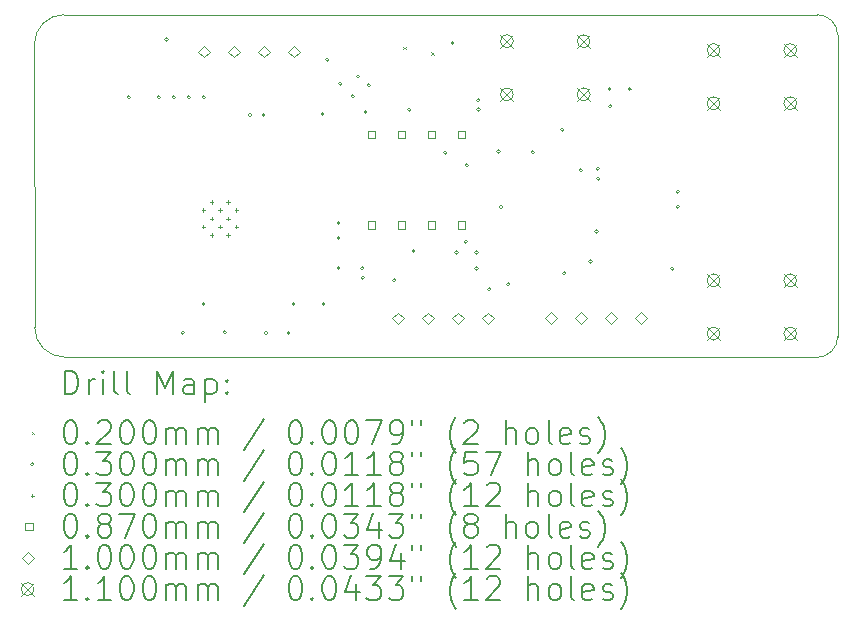
<source format=gbr>
%TF.GenerationSoftware,KiCad,Pcbnew,8.0.4*%
%TF.CreationDate,2025-01-11T15:28:08+03:00*%
%TF.ProjectId,IoT Project,496f5420-5072-46f6-9a65-63742e6b6963,rev?*%
%TF.SameCoordinates,Original*%
%TF.FileFunction,Drillmap*%
%TF.FilePolarity,Positive*%
%FSLAX45Y45*%
G04 Gerber Fmt 4.5, Leading zero omitted, Abs format (unit mm)*
G04 Created by KiCad (PCBNEW 8.0.4) date 2025-01-11 15:28:08*
%MOMM*%
%LPD*%
G01*
G04 APERTURE LIST*
%ADD10C,0.050000*%
%ADD11C,0.200000*%
%ADD12C,0.100000*%
%ADD13C,0.110000*%
G04 APERTURE END LIST*
D10*
X9001777Y-8198223D02*
X9000000Y-5800000D01*
X15626256Y-8451256D02*
X9251777Y-8448223D01*
X15626333Y-5549560D02*
G75*
G02*
X15801335Y-5723299I1257J-173740D01*
G01*
X15801256Y-5723744D02*
X15801256Y-8276256D01*
X9251777Y-8448223D02*
G75*
G02*
X9001777Y-8198223I3J250003D01*
G01*
X9250000Y-5550000D02*
X15626256Y-5550000D01*
X9000000Y-5800000D02*
G75*
G02*
X9250000Y-5550000I250000J0D01*
G01*
X15801256Y-8276256D02*
G75*
G02*
X15626256Y-8451256I-174996J-4D01*
G01*
D11*
D12*
X12125000Y-5820000D02*
X12145000Y-5840000D01*
X12145000Y-5820000D02*
X12125000Y-5840000D01*
X12360000Y-5870000D02*
X12380000Y-5890000D01*
X12380000Y-5870000D02*
X12360000Y-5890000D01*
X9813000Y-6250000D02*
G75*
G02*
X9783000Y-6250000I-15000J0D01*
G01*
X9783000Y-6250000D02*
G75*
G02*
X9813000Y-6250000I15000J0D01*
G01*
X10067000Y-6250000D02*
G75*
G02*
X10037000Y-6250000I-15000J0D01*
G01*
X10037000Y-6250000D02*
G75*
G02*
X10067000Y-6250000I15000J0D01*
G01*
X10135000Y-5760000D02*
G75*
G02*
X10105000Y-5760000I-15000J0D01*
G01*
X10105000Y-5760000D02*
G75*
G02*
X10135000Y-5760000I15000J0D01*
G01*
X10194000Y-6250000D02*
G75*
G02*
X10164000Y-6250000I-15000J0D01*
G01*
X10164000Y-6250000D02*
G75*
G02*
X10194000Y-6250000I15000J0D01*
G01*
X10271250Y-8245000D02*
G75*
G02*
X10241250Y-8245000I-15000J0D01*
G01*
X10241250Y-8245000D02*
G75*
G02*
X10271250Y-8245000I15000J0D01*
G01*
X10321000Y-6250000D02*
G75*
G02*
X10291000Y-6250000I-15000J0D01*
G01*
X10291000Y-6250000D02*
G75*
G02*
X10321000Y-6250000I15000J0D01*
G01*
X10448000Y-6250000D02*
G75*
G02*
X10418000Y-6250000I-15000J0D01*
G01*
X10418000Y-6250000D02*
G75*
G02*
X10448000Y-6250000I15000J0D01*
G01*
X10448000Y-8000000D02*
G75*
G02*
X10418000Y-8000000I-15000J0D01*
G01*
X10418000Y-8000000D02*
G75*
G02*
X10448000Y-8000000I15000J0D01*
G01*
X10626250Y-8240000D02*
G75*
G02*
X10596250Y-8240000I-15000J0D01*
G01*
X10596250Y-8240000D02*
G75*
G02*
X10626250Y-8240000I15000J0D01*
G01*
X10840000Y-6400000D02*
G75*
G02*
X10810000Y-6400000I-15000J0D01*
G01*
X10810000Y-6400000D02*
G75*
G02*
X10840000Y-6400000I15000J0D01*
G01*
X10955000Y-6400000D02*
G75*
G02*
X10925000Y-6400000I-15000J0D01*
G01*
X10925000Y-6400000D02*
G75*
G02*
X10955000Y-6400000I15000J0D01*
G01*
X10975000Y-8245000D02*
G75*
G02*
X10945000Y-8245000I-15000J0D01*
G01*
X10945000Y-8245000D02*
G75*
G02*
X10975000Y-8245000I15000J0D01*
G01*
X11165000Y-8245000D02*
G75*
G02*
X11135000Y-8245000I-15000J0D01*
G01*
X11135000Y-8245000D02*
G75*
G02*
X11165000Y-8245000I15000J0D01*
G01*
X11210000Y-8000000D02*
G75*
G02*
X11180000Y-8000000I-15000J0D01*
G01*
X11180000Y-8000000D02*
G75*
G02*
X11210000Y-8000000I15000J0D01*
G01*
X11455000Y-6390000D02*
G75*
G02*
X11425000Y-6390000I-15000J0D01*
G01*
X11425000Y-6390000D02*
G75*
G02*
X11455000Y-6390000I15000J0D01*
G01*
X11464000Y-8000000D02*
G75*
G02*
X11434000Y-8000000I-15000J0D01*
G01*
X11434000Y-8000000D02*
G75*
G02*
X11464000Y-8000000I15000J0D01*
G01*
X11495000Y-5932500D02*
G75*
G02*
X11465000Y-5932500I-15000J0D01*
G01*
X11465000Y-5932500D02*
G75*
G02*
X11495000Y-5932500I15000J0D01*
G01*
X11589000Y-7315000D02*
G75*
G02*
X11559000Y-7315000I-15000J0D01*
G01*
X11559000Y-7315000D02*
G75*
G02*
X11589000Y-7315000I15000J0D01*
G01*
X11589000Y-7442000D02*
G75*
G02*
X11559000Y-7442000I-15000J0D01*
G01*
X11559000Y-7442000D02*
G75*
G02*
X11589000Y-7442000I15000J0D01*
G01*
X11590000Y-7695000D02*
G75*
G02*
X11560000Y-7695000I-15000J0D01*
G01*
X11560000Y-7695000D02*
G75*
G02*
X11590000Y-7695000I15000J0D01*
G01*
X11605000Y-6135000D02*
G75*
G02*
X11575000Y-6135000I-15000J0D01*
G01*
X11575000Y-6135000D02*
G75*
G02*
X11605000Y-6135000I15000J0D01*
G01*
X11710000Y-6240000D02*
G75*
G02*
X11680000Y-6240000I-15000J0D01*
G01*
X11680000Y-6240000D02*
G75*
G02*
X11710000Y-6240000I15000J0D01*
G01*
X11755000Y-6075000D02*
G75*
G02*
X11725000Y-6075000I-15000J0D01*
G01*
X11725000Y-6075000D02*
G75*
G02*
X11755000Y-6075000I15000J0D01*
G01*
X11791544Y-7698309D02*
G75*
G02*
X11761544Y-7698309I-15000J0D01*
G01*
X11761544Y-7698309D02*
G75*
G02*
X11791544Y-7698309I15000J0D01*
G01*
X11795000Y-7778235D02*
G75*
G02*
X11765000Y-7778235I-15000J0D01*
G01*
X11765000Y-7778235D02*
G75*
G02*
X11795000Y-7778235I15000J0D01*
G01*
X11818125Y-6375625D02*
G75*
G02*
X11788125Y-6375625I-15000J0D01*
G01*
X11788125Y-6375625D02*
G75*
G02*
X11818125Y-6375625I15000J0D01*
G01*
X11847573Y-6147426D02*
G75*
G02*
X11817573Y-6147426I-15000J0D01*
G01*
X11817573Y-6147426D02*
G75*
G02*
X11847573Y-6147426I15000J0D01*
G01*
X12062500Y-7800000D02*
G75*
G02*
X12032500Y-7800000I-15000J0D01*
G01*
X12032500Y-7800000D02*
G75*
G02*
X12062500Y-7800000I15000J0D01*
G01*
X12190000Y-6355000D02*
G75*
G02*
X12160000Y-6355000I-15000J0D01*
G01*
X12160000Y-6355000D02*
G75*
G02*
X12190000Y-6355000I15000J0D01*
G01*
X12224000Y-7551500D02*
G75*
G02*
X12194000Y-7551500I-15000J0D01*
G01*
X12194000Y-7551500D02*
G75*
G02*
X12224000Y-7551500I15000J0D01*
G01*
X12495000Y-6720000D02*
G75*
G02*
X12465000Y-6720000I-15000J0D01*
G01*
X12465000Y-6720000D02*
G75*
G02*
X12495000Y-6720000I15000J0D01*
G01*
X12555000Y-5790000D02*
G75*
G02*
X12525000Y-5790000I-15000J0D01*
G01*
X12525000Y-5790000D02*
G75*
G02*
X12555000Y-5790000I15000J0D01*
G01*
X12589130Y-7565000D02*
G75*
G02*
X12559130Y-7565000I-15000J0D01*
G01*
X12559130Y-7565000D02*
G75*
G02*
X12589130Y-7565000I15000J0D01*
G01*
X12667500Y-7472500D02*
G75*
G02*
X12637500Y-7472500I-15000J0D01*
G01*
X12637500Y-7472500D02*
G75*
G02*
X12667500Y-7472500I15000J0D01*
G01*
X12674500Y-6825000D02*
G75*
G02*
X12644500Y-6825000I-15000J0D01*
G01*
X12644500Y-6825000D02*
G75*
G02*
X12674500Y-6825000I15000J0D01*
G01*
X12757500Y-7565000D02*
G75*
G02*
X12727500Y-7565000I-15000J0D01*
G01*
X12727500Y-7565000D02*
G75*
G02*
X12757500Y-7565000I15000J0D01*
G01*
X12757500Y-7700000D02*
G75*
G02*
X12727500Y-7700000I-15000J0D01*
G01*
X12727500Y-7700000D02*
G75*
G02*
X12757500Y-7700000I15000J0D01*
G01*
X12772999Y-6273452D02*
G75*
G02*
X12742999Y-6273452I-15000J0D01*
G01*
X12742999Y-6273452D02*
G75*
G02*
X12772999Y-6273452I15000J0D01*
G01*
X12775000Y-6353427D02*
G75*
G02*
X12745000Y-6353427I-15000J0D01*
G01*
X12745000Y-6353427D02*
G75*
G02*
X12775000Y-6353427I15000J0D01*
G01*
X12865711Y-7875711D02*
G75*
G02*
X12835711Y-7875711I-15000J0D01*
G01*
X12835711Y-7875711D02*
G75*
G02*
X12865711Y-7875711I15000J0D01*
G01*
X12945000Y-6710000D02*
G75*
G02*
X12915000Y-6710000I-15000J0D01*
G01*
X12915000Y-6710000D02*
G75*
G02*
X12945000Y-6710000I15000J0D01*
G01*
X12965000Y-7180000D02*
G75*
G02*
X12935000Y-7180000I-15000J0D01*
G01*
X12935000Y-7180000D02*
G75*
G02*
X12965000Y-7180000I15000J0D01*
G01*
X13026767Y-7833835D02*
G75*
G02*
X12996767Y-7833835I-15000J0D01*
G01*
X12996767Y-7833835D02*
G75*
G02*
X13026767Y-7833835I15000J0D01*
G01*
X13235000Y-6715000D02*
G75*
G02*
X13205000Y-6715000I-15000J0D01*
G01*
X13205000Y-6715000D02*
G75*
G02*
X13235000Y-6715000I15000J0D01*
G01*
X13485000Y-6525000D02*
G75*
G02*
X13455000Y-6525000I-15000J0D01*
G01*
X13455000Y-6525000D02*
G75*
G02*
X13485000Y-6525000I15000J0D01*
G01*
X13502500Y-7740000D02*
G75*
G02*
X13472500Y-7740000I-15000J0D01*
G01*
X13472500Y-7740000D02*
G75*
G02*
X13502500Y-7740000I15000J0D01*
G01*
X13640667Y-6868167D02*
G75*
G02*
X13610667Y-6868167I-15000J0D01*
G01*
X13610667Y-6868167D02*
G75*
G02*
X13640667Y-6868167I15000J0D01*
G01*
X13725000Y-7640000D02*
G75*
G02*
X13695000Y-7640000I-15000J0D01*
G01*
X13695000Y-7640000D02*
G75*
G02*
X13725000Y-7640000I15000J0D01*
G01*
X13775000Y-7385000D02*
G75*
G02*
X13745000Y-7385000I-15000J0D01*
G01*
X13745000Y-7385000D02*
G75*
G02*
X13775000Y-7385000I15000J0D01*
G01*
X13785000Y-6855000D02*
G75*
G02*
X13755000Y-6855000I-15000J0D01*
G01*
X13755000Y-6855000D02*
G75*
G02*
X13785000Y-6855000I15000J0D01*
G01*
X13790000Y-6940000D02*
G75*
G02*
X13760000Y-6940000I-15000J0D01*
G01*
X13760000Y-6940000D02*
G75*
G02*
X13790000Y-6940000I15000J0D01*
G01*
X13885073Y-6179926D02*
G75*
G02*
X13855073Y-6179926I-15000J0D01*
G01*
X13855073Y-6179926D02*
G75*
G02*
X13885073Y-6179926I15000J0D01*
G01*
X13890000Y-6325000D02*
G75*
G02*
X13860000Y-6325000I-15000J0D01*
G01*
X13860000Y-6325000D02*
G75*
G02*
X13890000Y-6325000I15000J0D01*
G01*
X14054963Y-6180110D02*
G75*
G02*
X14024963Y-6180110I-15000J0D01*
G01*
X14024963Y-6180110D02*
G75*
G02*
X14054963Y-6180110I15000J0D01*
G01*
X14415000Y-7700000D02*
G75*
G02*
X14385000Y-7700000I-15000J0D01*
G01*
X14385000Y-7700000D02*
G75*
G02*
X14415000Y-7700000I15000J0D01*
G01*
X14462500Y-7048000D02*
G75*
G02*
X14432500Y-7048000I-15000J0D01*
G01*
X14432500Y-7048000D02*
G75*
G02*
X14462500Y-7048000I15000J0D01*
G01*
X14462500Y-7175000D02*
G75*
G02*
X14432500Y-7175000I-15000J0D01*
G01*
X14432500Y-7175000D02*
G75*
G02*
X14462500Y-7175000I15000J0D01*
G01*
X10430000Y-7190000D02*
X10430000Y-7220000D01*
X10415000Y-7205000D02*
X10445000Y-7205000D01*
X10430000Y-7330000D02*
X10430000Y-7360000D01*
X10415000Y-7345000D02*
X10445000Y-7345000D01*
X10500000Y-7120000D02*
X10500000Y-7150000D01*
X10485000Y-7135000D02*
X10515000Y-7135000D01*
X10500000Y-7262500D02*
X10500000Y-7292500D01*
X10485000Y-7277500D02*
X10515000Y-7277500D01*
X10500000Y-7400000D02*
X10500000Y-7430000D01*
X10485000Y-7415000D02*
X10515000Y-7415000D01*
X10570000Y-7190000D02*
X10570000Y-7220000D01*
X10555000Y-7205000D02*
X10585000Y-7205000D01*
X10570000Y-7330000D02*
X10570000Y-7360000D01*
X10555000Y-7345000D02*
X10585000Y-7345000D01*
X10640000Y-7120000D02*
X10640000Y-7150000D01*
X10625000Y-7135000D02*
X10655000Y-7135000D01*
X10640000Y-7262500D02*
X10640000Y-7292500D01*
X10625000Y-7277500D02*
X10655000Y-7277500D01*
X10640000Y-7400000D02*
X10640000Y-7430000D01*
X10625000Y-7415000D02*
X10655000Y-7415000D01*
X10710000Y-7190000D02*
X10710000Y-7220000D01*
X10695000Y-7205000D02*
X10725000Y-7205000D01*
X10710000Y-7330000D02*
X10710000Y-7360000D01*
X10695000Y-7345000D02*
X10725000Y-7345000D01*
X11888009Y-6597759D02*
X11888009Y-6536241D01*
X11826491Y-6536241D01*
X11826491Y-6597759D01*
X11888009Y-6597759D01*
X11888009Y-7360759D02*
X11888009Y-7299241D01*
X11826491Y-7299241D01*
X11826491Y-7360759D01*
X11888009Y-7360759D01*
X12142009Y-6597759D02*
X12142009Y-6536241D01*
X12080491Y-6536241D01*
X12080491Y-6597759D01*
X12142009Y-6597759D01*
X12142009Y-7360759D02*
X12142009Y-7299241D01*
X12080491Y-7299241D01*
X12080491Y-7360759D01*
X12142009Y-7360759D01*
X12396009Y-6597759D02*
X12396009Y-6536241D01*
X12334491Y-6536241D01*
X12334491Y-6597759D01*
X12396009Y-6597759D01*
X12396009Y-7360759D02*
X12396009Y-7299241D01*
X12334491Y-7299241D01*
X12334491Y-7360759D01*
X12396009Y-7360759D01*
X12650009Y-6597759D02*
X12650009Y-6536241D01*
X12588491Y-6536241D01*
X12588491Y-6597759D01*
X12650009Y-6597759D01*
X12650009Y-7360759D02*
X12650009Y-7299241D01*
X12588491Y-7299241D01*
X12588491Y-7360759D01*
X12650009Y-7360759D01*
X10438000Y-5912500D02*
X10488000Y-5862500D01*
X10438000Y-5812500D01*
X10388000Y-5862500D01*
X10438000Y-5912500D01*
X10692000Y-5912500D02*
X10742000Y-5862500D01*
X10692000Y-5812500D01*
X10642000Y-5862500D01*
X10692000Y-5912500D01*
X10946000Y-5912500D02*
X10996000Y-5862500D01*
X10946000Y-5812500D01*
X10896000Y-5862500D01*
X10946000Y-5912500D01*
X11200000Y-5912500D02*
X11250000Y-5862500D01*
X11200000Y-5812500D01*
X11150000Y-5862500D01*
X11200000Y-5912500D01*
X12078000Y-8172500D02*
X12128000Y-8122500D01*
X12078000Y-8072500D01*
X12028000Y-8122500D01*
X12078000Y-8172500D01*
X12332000Y-8172500D02*
X12382000Y-8122500D01*
X12332000Y-8072500D01*
X12282000Y-8122500D01*
X12332000Y-8172500D01*
X12586000Y-8172500D02*
X12636000Y-8122500D01*
X12586000Y-8072500D01*
X12536000Y-8122500D01*
X12586000Y-8172500D01*
X12840000Y-8172500D02*
X12890000Y-8122500D01*
X12840000Y-8072500D01*
X12790000Y-8122500D01*
X12840000Y-8172500D01*
X13372000Y-8170000D02*
X13422000Y-8120000D01*
X13372000Y-8070000D01*
X13322000Y-8120000D01*
X13372000Y-8170000D01*
X13626000Y-8170000D02*
X13676000Y-8120000D01*
X13626000Y-8070000D01*
X13576000Y-8120000D01*
X13626000Y-8170000D01*
X13880000Y-8170000D02*
X13930000Y-8120000D01*
X13880000Y-8070000D01*
X13830000Y-8120000D01*
X13880000Y-8170000D01*
X14134000Y-8170000D02*
X14184000Y-8120000D01*
X14134000Y-8070000D01*
X14084000Y-8120000D01*
X14134000Y-8170000D01*
D13*
X12945000Y-5720000D02*
X13055000Y-5830000D01*
X13055000Y-5720000D02*
X12945000Y-5830000D01*
X13055000Y-5775000D02*
G75*
G02*
X12945000Y-5775000I-55000J0D01*
G01*
X12945000Y-5775000D02*
G75*
G02*
X13055000Y-5775000I55000J0D01*
G01*
X12945000Y-6170000D02*
X13055000Y-6280000D01*
X13055000Y-6170000D02*
X12945000Y-6280000D01*
X13055000Y-6225000D02*
G75*
G02*
X12945000Y-6225000I-55000J0D01*
G01*
X12945000Y-6225000D02*
G75*
G02*
X13055000Y-6225000I55000J0D01*
G01*
X13595000Y-5720000D02*
X13705000Y-5830000D01*
X13705000Y-5720000D02*
X13595000Y-5830000D01*
X13705000Y-5775000D02*
G75*
G02*
X13595000Y-5775000I-55000J0D01*
G01*
X13595000Y-5775000D02*
G75*
G02*
X13705000Y-5775000I55000J0D01*
G01*
X13595000Y-6170000D02*
X13705000Y-6280000D01*
X13705000Y-6170000D02*
X13595000Y-6280000D01*
X13705000Y-6225000D02*
G75*
G02*
X13595000Y-6225000I-55000J0D01*
G01*
X13595000Y-6225000D02*
G75*
G02*
X13705000Y-6225000I55000J0D01*
G01*
X14695000Y-5795000D02*
X14805000Y-5905000D01*
X14805000Y-5795000D02*
X14695000Y-5905000D01*
X14805000Y-5850000D02*
G75*
G02*
X14695000Y-5850000I-55000J0D01*
G01*
X14695000Y-5850000D02*
G75*
G02*
X14805000Y-5850000I55000J0D01*
G01*
X14695000Y-6245000D02*
X14805000Y-6355000D01*
X14805000Y-6245000D02*
X14695000Y-6355000D01*
X14805000Y-6300000D02*
G75*
G02*
X14695000Y-6300000I-55000J0D01*
G01*
X14695000Y-6300000D02*
G75*
G02*
X14805000Y-6300000I55000J0D01*
G01*
X14695000Y-7745000D02*
X14805000Y-7855000D01*
X14805000Y-7745000D02*
X14695000Y-7855000D01*
X14805000Y-7800000D02*
G75*
G02*
X14695000Y-7800000I-55000J0D01*
G01*
X14695000Y-7800000D02*
G75*
G02*
X14805000Y-7800000I55000J0D01*
G01*
X14695000Y-8195000D02*
X14805000Y-8305000D01*
X14805000Y-8195000D02*
X14695000Y-8305000D01*
X14805000Y-8250000D02*
G75*
G02*
X14695000Y-8250000I-55000J0D01*
G01*
X14695000Y-8250000D02*
G75*
G02*
X14805000Y-8250000I55000J0D01*
G01*
X15345000Y-5795000D02*
X15455000Y-5905000D01*
X15455000Y-5795000D02*
X15345000Y-5905000D01*
X15455000Y-5850000D02*
G75*
G02*
X15345000Y-5850000I-55000J0D01*
G01*
X15345000Y-5850000D02*
G75*
G02*
X15455000Y-5850000I55000J0D01*
G01*
X15345000Y-6245000D02*
X15455000Y-6355000D01*
X15455000Y-6245000D02*
X15345000Y-6355000D01*
X15455000Y-6300000D02*
G75*
G02*
X15345000Y-6300000I-55000J0D01*
G01*
X15345000Y-6300000D02*
G75*
G02*
X15455000Y-6300000I55000J0D01*
G01*
X15345000Y-7745000D02*
X15455000Y-7855000D01*
X15455000Y-7745000D02*
X15345000Y-7855000D01*
X15455000Y-7800000D02*
G75*
G02*
X15345000Y-7800000I-55000J0D01*
G01*
X15345000Y-7800000D02*
G75*
G02*
X15455000Y-7800000I55000J0D01*
G01*
X15345000Y-8195000D02*
X15455000Y-8305000D01*
X15455000Y-8195000D02*
X15345000Y-8305000D01*
X15455000Y-8250000D02*
G75*
G02*
X15345000Y-8250000I-55000J0D01*
G01*
X15345000Y-8250000D02*
G75*
G02*
X15455000Y-8250000I55000J0D01*
G01*
D11*
X9258277Y-8765240D02*
X9258277Y-8565240D01*
X9258277Y-8565240D02*
X9305896Y-8565240D01*
X9305896Y-8565240D02*
X9334467Y-8574764D01*
X9334467Y-8574764D02*
X9353515Y-8593812D01*
X9353515Y-8593812D02*
X9363039Y-8612859D01*
X9363039Y-8612859D02*
X9372563Y-8650954D01*
X9372563Y-8650954D02*
X9372563Y-8679526D01*
X9372563Y-8679526D02*
X9363039Y-8717621D01*
X9363039Y-8717621D02*
X9353515Y-8736669D01*
X9353515Y-8736669D02*
X9334467Y-8755716D01*
X9334467Y-8755716D02*
X9305896Y-8765240D01*
X9305896Y-8765240D02*
X9258277Y-8765240D01*
X9458277Y-8765240D02*
X9458277Y-8631907D01*
X9458277Y-8670002D02*
X9467801Y-8650954D01*
X9467801Y-8650954D02*
X9477324Y-8641431D01*
X9477324Y-8641431D02*
X9496372Y-8631907D01*
X9496372Y-8631907D02*
X9515420Y-8631907D01*
X9582086Y-8765240D02*
X9582086Y-8631907D01*
X9582086Y-8565240D02*
X9572563Y-8574764D01*
X9572563Y-8574764D02*
X9582086Y-8584288D01*
X9582086Y-8584288D02*
X9591610Y-8574764D01*
X9591610Y-8574764D02*
X9582086Y-8565240D01*
X9582086Y-8565240D02*
X9582086Y-8584288D01*
X9705896Y-8765240D02*
X9686848Y-8755716D01*
X9686848Y-8755716D02*
X9677324Y-8736669D01*
X9677324Y-8736669D02*
X9677324Y-8565240D01*
X9810658Y-8765240D02*
X9791610Y-8755716D01*
X9791610Y-8755716D02*
X9782086Y-8736669D01*
X9782086Y-8736669D02*
X9782086Y-8565240D01*
X10039229Y-8765240D02*
X10039229Y-8565240D01*
X10039229Y-8565240D02*
X10105896Y-8708097D01*
X10105896Y-8708097D02*
X10172563Y-8565240D01*
X10172563Y-8565240D02*
X10172563Y-8765240D01*
X10353515Y-8765240D02*
X10353515Y-8660478D01*
X10353515Y-8660478D02*
X10343991Y-8641431D01*
X10343991Y-8641431D02*
X10324944Y-8631907D01*
X10324944Y-8631907D02*
X10286848Y-8631907D01*
X10286848Y-8631907D02*
X10267801Y-8641431D01*
X10353515Y-8755716D02*
X10334467Y-8765240D01*
X10334467Y-8765240D02*
X10286848Y-8765240D01*
X10286848Y-8765240D02*
X10267801Y-8755716D01*
X10267801Y-8755716D02*
X10258277Y-8736669D01*
X10258277Y-8736669D02*
X10258277Y-8717621D01*
X10258277Y-8717621D02*
X10267801Y-8698573D01*
X10267801Y-8698573D02*
X10286848Y-8689050D01*
X10286848Y-8689050D02*
X10334467Y-8689050D01*
X10334467Y-8689050D02*
X10353515Y-8679526D01*
X10448753Y-8631907D02*
X10448753Y-8831907D01*
X10448753Y-8641431D02*
X10467801Y-8631907D01*
X10467801Y-8631907D02*
X10505896Y-8631907D01*
X10505896Y-8631907D02*
X10524944Y-8641431D01*
X10524944Y-8641431D02*
X10534467Y-8650954D01*
X10534467Y-8650954D02*
X10543991Y-8670002D01*
X10543991Y-8670002D02*
X10543991Y-8727145D01*
X10543991Y-8727145D02*
X10534467Y-8746192D01*
X10534467Y-8746192D02*
X10524944Y-8755716D01*
X10524944Y-8755716D02*
X10505896Y-8765240D01*
X10505896Y-8765240D02*
X10467801Y-8765240D01*
X10467801Y-8765240D02*
X10448753Y-8755716D01*
X10629705Y-8746192D02*
X10639229Y-8755716D01*
X10639229Y-8755716D02*
X10629705Y-8765240D01*
X10629705Y-8765240D02*
X10620182Y-8755716D01*
X10620182Y-8755716D02*
X10629705Y-8746192D01*
X10629705Y-8746192D02*
X10629705Y-8765240D01*
X10629705Y-8641431D02*
X10639229Y-8650954D01*
X10639229Y-8650954D02*
X10629705Y-8660478D01*
X10629705Y-8660478D02*
X10620182Y-8650954D01*
X10620182Y-8650954D02*
X10629705Y-8641431D01*
X10629705Y-8641431D02*
X10629705Y-8660478D01*
D12*
X8977500Y-9083756D02*
X8997500Y-9103756D01*
X8997500Y-9083756D02*
X8977500Y-9103756D01*
D11*
X9296372Y-8985240D02*
X9315420Y-8985240D01*
X9315420Y-8985240D02*
X9334467Y-8994764D01*
X9334467Y-8994764D02*
X9343991Y-9004288D01*
X9343991Y-9004288D02*
X9353515Y-9023335D01*
X9353515Y-9023335D02*
X9363039Y-9061431D01*
X9363039Y-9061431D02*
X9363039Y-9109050D01*
X9363039Y-9109050D02*
X9353515Y-9147145D01*
X9353515Y-9147145D02*
X9343991Y-9166192D01*
X9343991Y-9166192D02*
X9334467Y-9175716D01*
X9334467Y-9175716D02*
X9315420Y-9185240D01*
X9315420Y-9185240D02*
X9296372Y-9185240D01*
X9296372Y-9185240D02*
X9277324Y-9175716D01*
X9277324Y-9175716D02*
X9267801Y-9166192D01*
X9267801Y-9166192D02*
X9258277Y-9147145D01*
X9258277Y-9147145D02*
X9248753Y-9109050D01*
X9248753Y-9109050D02*
X9248753Y-9061431D01*
X9248753Y-9061431D02*
X9258277Y-9023335D01*
X9258277Y-9023335D02*
X9267801Y-9004288D01*
X9267801Y-9004288D02*
X9277324Y-8994764D01*
X9277324Y-8994764D02*
X9296372Y-8985240D01*
X9448753Y-9166192D02*
X9458277Y-9175716D01*
X9458277Y-9175716D02*
X9448753Y-9185240D01*
X9448753Y-9185240D02*
X9439229Y-9175716D01*
X9439229Y-9175716D02*
X9448753Y-9166192D01*
X9448753Y-9166192D02*
X9448753Y-9185240D01*
X9534467Y-9004288D02*
X9543991Y-8994764D01*
X9543991Y-8994764D02*
X9563039Y-8985240D01*
X9563039Y-8985240D02*
X9610658Y-8985240D01*
X9610658Y-8985240D02*
X9629705Y-8994764D01*
X9629705Y-8994764D02*
X9639229Y-9004288D01*
X9639229Y-9004288D02*
X9648753Y-9023335D01*
X9648753Y-9023335D02*
X9648753Y-9042383D01*
X9648753Y-9042383D02*
X9639229Y-9070954D01*
X9639229Y-9070954D02*
X9524944Y-9185240D01*
X9524944Y-9185240D02*
X9648753Y-9185240D01*
X9772563Y-8985240D02*
X9791610Y-8985240D01*
X9791610Y-8985240D02*
X9810658Y-8994764D01*
X9810658Y-8994764D02*
X9820182Y-9004288D01*
X9820182Y-9004288D02*
X9829705Y-9023335D01*
X9829705Y-9023335D02*
X9839229Y-9061431D01*
X9839229Y-9061431D02*
X9839229Y-9109050D01*
X9839229Y-9109050D02*
X9829705Y-9147145D01*
X9829705Y-9147145D02*
X9820182Y-9166192D01*
X9820182Y-9166192D02*
X9810658Y-9175716D01*
X9810658Y-9175716D02*
X9791610Y-9185240D01*
X9791610Y-9185240D02*
X9772563Y-9185240D01*
X9772563Y-9185240D02*
X9753515Y-9175716D01*
X9753515Y-9175716D02*
X9743991Y-9166192D01*
X9743991Y-9166192D02*
X9734467Y-9147145D01*
X9734467Y-9147145D02*
X9724944Y-9109050D01*
X9724944Y-9109050D02*
X9724944Y-9061431D01*
X9724944Y-9061431D02*
X9734467Y-9023335D01*
X9734467Y-9023335D02*
X9743991Y-9004288D01*
X9743991Y-9004288D02*
X9753515Y-8994764D01*
X9753515Y-8994764D02*
X9772563Y-8985240D01*
X9963039Y-8985240D02*
X9982086Y-8985240D01*
X9982086Y-8985240D02*
X10001134Y-8994764D01*
X10001134Y-8994764D02*
X10010658Y-9004288D01*
X10010658Y-9004288D02*
X10020182Y-9023335D01*
X10020182Y-9023335D02*
X10029705Y-9061431D01*
X10029705Y-9061431D02*
X10029705Y-9109050D01*
X10029705Y-9109050D02*
X10020182Y-9147145D01*
X10020182Y-9147145D02*
X10010658Y-9166192D01*
X10010658Y-9166192D02*
X10001134Y-9175716D01*
X10001134Y-9175716D02*
X9982086Y-9185240D01*
X9982086Y-9185240D02*
X9963039Y-9185240D01*
X9963039Y-9185240D02*
X9943991Y-9175716D01*
X9943991Y-9175716D02*
X9934467Y-9166192D01*
X9934467Y-9166192D02*
X9924944Y-9147145D01*
X9924944Y-9147145D02*
X9915420Y-9109050D01*
X9915420Y-9109050D02*
X9915420Y-9061431D01*
X9915420Y-9061431D02*
X9924944Y-9023335D01*
X9924944Y-9023335D02*
X9934467Y-9004288D01*
X9934467Y-9004288D02*
X9943991Y-8994764D01*
X9943991Y-8994764D02*
X9963039Y-8985240D01*
X10115420Y-9185240D02*
X10115420Y-9051907D01*
X10115420Y-9070954D02*
X10124944Y-9061431D01*
X10124944Y-9061431D02*
X10143991Y-9051907D01*
X10143991Y-9051907D02*
X10172563Y-9051907D01*
X10172563Y-9051907D02*
X10191610Y-9061431D01*
X10191610Y-9061431D02*
X10201134Y-9080478D01*
X10201134Y-9080478D02*
X10201134Y-9185240D01*
X10201134Y-9080478D02*
X10210658Y-9061431D01*
X10210658Y-9061431D02*
X10229705Y-9051907D01*
X10229705Y-9051907D02*
X10258277Y-9051907D01*
X10258277Y-9051907D02*
X10277325Y-9061431D01*
X10277325Y-9061431D02*
X10286848Y-9080478D01*
X10286848Y-9080478D02*
X10286848Y-9185240D01*
X10382086Y-9185240D02*
X10382086Y-9051907D01*
X10382086Y-9070954D02*
X10391610Y-9061431D01*
X10391610Y-9061431D02*
X10410658Y-9051907D01*
X10410658Y-9051907D02*
X10439229Y-9051907D01*
X10439229Y-9051907D02*
X10458277Y-9061431D01*
X10458277Y-9061431D02*
X10467801Y-9080478D01*
X10467801Y-9080478D02*
X10467801Y-9185240D01*
X10467801Y-9080478D02*
X10477325Y-9061431D01*
X10477325Y-9061431D02*
X10496372Y-9051907D01*
X10496372Y-9051907D02*
X10524944Y-9051907D01*
X10524944Y-9051907D02*
X10543991Y-9061431D01*
X10543991Y-9061431D02*
X10553515Y-9080478D01*
X10553515Y-9080478D02*
X10553515Y-9185240D01*
X10943991Y-8975716D02*
X10772563Y-9232859D01*
X11201134Y-8985240D02*
X11220182Y-8985240D01*
X11220182Y-8985240D02*
X11239229Y-8994764D01*
X11239229Y-8994764D02*
X11248753Y-9004288D01*
X11248753Y-9004288D02*
X11258277Y-9023335D01*
X11258277Y-9023335D02*
X11267801Y-9061431D01*
X11267801Y-9061431D02*
X11267801Y-9109050D01*
X11267801Y-9109050D02*
X11258277Y-9147145D01*
X11258277Y-9147145D02*
X11248753Y-9166192D01*
X11248753Y-9166192D02*
X11239229Y-9175716D01*
X11239229Y-9175716D02*
X11220182Y-9185240D01*
X11220182Y-9185240D02*
X11201134Y-9185240D01*
X11201134Y-9185240D02*
X11182087Y-9175716D01*
X11182087Y-9175716D02*
X11172563Y-9166192D01*
X11172563Y-9166192D02*
X11163039Y-9147145D01*
X11163039Y-9147145D02*
X11153515Y-9109050D01*
X11153515Y-9109050D02*
X11153515Y-9061431D01*
X11153515Y-9061431D02*
X11163039Y-9023335D01*
X11163039Y-9023335D02*
X11172563Y-9004288D01*
X11172563Y-9004288D02*
X11182087Y-8994764D01*
X11182087Y-8994764D02*
X11201134Y-8985240D01*
X11353515Y-9166192D02*
X11363039Y-9175716D01*
X11363039Y-9175716D02*
X11353515Y-9185240D01*
X11353515Y-9185240D02*
X11343991Y-9175716D01*
X11343991Y-9175716D02*
X11353515Y-9166192D01*
X11353515Y-9166192D02*
X11353515Y-9185240D01*
X11486848Y-8985240D02*
X11505896Y-8985240D01*
X11505896Y-8985240D02*
X11524944Y-8994764D01*
X11524944Y-8994764D02*
X11534467Y-9004288D01*
X11534467Y-9004288D02*
X11543991Y-9023335D01*
X11543991Y-9023335D02*
X11553515Y-9061431D01*
X11553515Y-9061431D02*
X11553515Y-9109050D01*
X11553515Y-9109050D02*
X11543991Y-9147145D01*
X11543991Y-9147145D02*
X11534467Y-9166192D01*
X11534467Y-9166192D02*
X11524944Y-9175716D01*
X11524944Y-9175716D02*
X11505896Y-9185240D01*
X11505896Y-9185240D02*
X11486848Y-9185240D01*
X11486848Y-9185240D02*
X11467801Y-9175716D01*
X11467801Y-9175716D02*
X11458277Y-9166192D01*
X11458277Y-9166192D02*
X11448753Y-9147145D01*
X11448753Y-9147145D02*
X11439229Y-9109050D01*
X11439229Y-9109050D02*
X11439229Y-9061431D01*
X11439229Y-9061431D02*
X11448753Y-9023335D01*
X11448753Y-9023335D02*
X11458277Y-9004288D01*
X11458277Y-9004288D02*
X11467801Y-8994764D01*
X11467801Y-8994764D02*
X11486848Y-8985240D01*
X11677325Y-8985240D02*
X11696372Y-8985240D01*
X11696372Y-8985240D02*
X11715420Y-8994764D01*
X11715420Y-8994764D02*
X11724944Y-9004288D01*
X11724944Y-9004288D02*
X11734467Y-9023335D01*
X11734467Y-9023335D02*
X11743991Y-9061431D01*
X11743991Y-9061431D02*
X11743991Y-9109050D01*
X11743991Y-9109050D02*
X11734467Y-9147145D01*
X11734467Y-9147145D02*
X11724944Y-9166192D01*
X11724944Y-9166192D02*
X11715420Y-9175716D01*
X11715420Y-9175716D02*
X11696372Y-9185240D01*
X11696372Y-9185240D02*
X11677325Y-9185240D01*
X11677325Y-9185240D02*
X11658277Y-9175716D01*
X11658277Y-9175716D02*
X11648753Y-9166192D01*
X11648753Y-9166192D02*
X11639229Y-9147145D01*
X11639229Y-9147145D02*
X11629706Y-9109050D01*
X11629706Y-9109050D02*
X11629706Y-9061431D01*
X11629706Y-9061431D02*
X11639229Y-9023335D01*
X11639229Y-9023335D02*
X11648753Y-9004288D01*
X11648753Y-9004288D02*
X11658277Y-8994764D01*
X11658277Y-8994764D02*
X11677325Y-8985240D01*
X11810658Y-8985240D02*
X11943991Y-8985240D01*
X11943991Y-8985240D02*
X11858277Y-9185240D01*
X12029706Y-9185240D02*
X12067801Y-9185240D01*
X12067801Y-9185240D02*
X12086848Y-9175716D01*
X12086848Y-9175716D02*
X12096372Y-9166192D01*
X12096372Y-9166192D02*
X12115420Y-9137621D01*
X12115420Y-9137621D02*
X12124944Y-9099526D01*
X12124944Y-9099526D02*
X12124944Y-9023335D01*
X12124944Y-9023335D02*
X12115420Y-9004288D01*
X12115420Y-9004288D02*
X12105896Y-8994764D01*
X12105896Y-8994764D02*
X12086848Y-8985240D01*
X12086848Y-8985240D02*
X12048753Y-8985240D01*
X12048753Y-8985240D02*
X12029706Y-8994764D01*
X12029706Y-8994764D02*
X12020182Y-9004288D01*
X12020182Y-9004288D02*
X12010658Y-9023335D01*
X12010658Y-9023335D02*
X12010658Y-9070954D01*
X12010658Y-9070954D02*
X12020182Y-9090002D01*
X12020182Y-9090002D02*
X12029706Y-9099526D01*
X12029706Y-9099526D02*
X12048753Y-9109050D01*
X12048753Y-9109050D02*
X12086848Y-9109050D01*
X12086848Y-9109050D02*
X12105896Y-9099526D01*
X12105896Y-9099526D02*
X12115420Y-9090002D01*
X12115420Y-9090002D02*
X12124944Y-9070954D01*
X12201134Y-8985240D02*
X12201134Y-9023335D01*
X12277325Y-8985240D02*
X12277325Y-9023335D01*
X12572563Y-9261431D02*
X12563039Y-9251907D01*
X12563039Y-9251907D02*
X12543991Y-9223335D01*
X12543991Y-9223335D02*
X12534468Y-9204288D01*
X12534468Y-9204288D02*
X12524944Y-9175716D01*
X12524944Y-9175716D02*
X12515420Y-9128097D01*
X12515420Y-9128097D02*
X12515420Y-9090002D01*
X12515420Y-9090002D02*
X12524944Y-9042383D01*
X12524944Y-9042383D02*
X12534468Y-9013812D01*
X12534468Y-9013812D02*
X12543991Y-8994764D01*
X12543991Y-8994764D02*
X12563039Y-8966192D01*
X12563039Y-8966192D02*
X12572563Y-8956669D01*
X12639229Y-9004288D02*
X12648753Y-8994764D01*
X12648753Y-8994764D02*
X12667801Y-8985240D01*
X12667801Y-8985240D02*
X12715420Y-8985240D01*
X12715420Y-8985240D02*
X12734468Y-8994764D01*
X12734468Y-8994764D02*
X12743991Y-9004288D01*
X12743991Y-9004288D02*
X12753515Y-9023335D01*
X12753515Y-9023335D02*
X12753515Y-9042383D01*
X12753515Y-9042383D02*
X12743991Y-9070954D01*
X12743991Y-9070954D02*
X12629706Y-9185240D01*
X12629706Y-9185240D02*
X12753515Y-9185240D01*
X12991610Y-9185240D02*
X12991610Y-8985240D01*
X13077325Y-9185240D02*
X13077325Y-9080478D01*
X13077325Y-9080478D02*
X13067801Y-9061431D01*
X13067801Y-9061431D02*
X13048753Y-9051907D01*
X13048753Y-9051907D02*
X13020182Y-9051907D01*
X13020182Y-9051907D02*
X13001134Y-9061431D01*
X13001134Y-9061431D02*
X12991610Y-9070954D01*
X13201134Y-9185240D02*
X13182087Y-9175716D01*
X13182087Y-9175716D02*
X13172563Y-9166192D01*
X13172563Y-9166192D02*
X13163039Y-9147145D01*
X13163039Y-9147145D02*
X13163039Y-9090002D01*
X13163039Y-9090002D02*
X13172563Y-9070954D01*
X13172563Y-9070954D02*
X13182087Y-9061431D01*
X13182087Y-9061431D02*
X13201134Y-9051907D01*
X13201134Y-9051907D02*
X13229706Y-9051907D01*
X13229706Y-9051907D02*
X13248753Y-9061431D01*
X13248753Y-9061431D02*
X13258277Y-9070954D01*
X13258277Y-9070954D02*
X13267801Y-9090002D01*
X13267801Y-9090002D02*
X13267801Y-9147145D01*
X13267801Y-9147145D02*
X13258277Y-9166192D01*
X13258277Y-9166192D02*
X13248753Y-9175716D01*
X13248753Y-9175716D02*
X13229706Y-9185240D01*
X13229706Y-9185240D02*
X13201134Y-9185240D01*
X13382087Y-9185240D02*
X13363039Y-9175716D01*
X13363039Y-9175716D02*
X13353515Y-9156669D01*
X13353515Y-9156669D02*
X13353515Y-8985240D01*
X13534468Y-9175716D02*
X13515420Y-9185240D01*
X13515420Y-9185240D02*
X13477325Y-9185240D01*
X13477325Y-9185240D02*
X13458277Y-9175716D01*
X13458277Y-9175716D02*
X13448753Y-9156669D01*
X13448753Y-9156669D02*
X13448753Y-9080478D01*
X13448753Y-9080478D02*
X13458277Y-9061431D01*
X13458277Y-9061431D02*
X13477325Y-9051907D01*
X13477325Y-9051907D02*
X13515420Y-9051907D01*
X13515420Y-9051907D02*
X13534468Y-9061431D01*
X13534468Y-9061431D02*
X13543991Y-9080478D01*
X13543991Y-9080478D02*
X13543991Y-9099526D01*
X13543991Y-9099526D02*
X13448753Y-9118573D01*
X13620182Y-9175716D02*
X13639230Y-9185240D01*
X13639230Y-9185240D02*
X13677325Y-9185240D01*
X13677325Y-9185240D02*
X13696372Y-9175716D01*
X13696372Y-9175716D02*
X13705896Y-9156669D01*
X13705896Y-9156669D02*
X13705896Y-9147145D01*
X13705896Y-9147145D02*
X13696372Y-9128097D01*
X13696372Y-9128097D02*
X13677325Y-9118573D01*
X13677325Y-9118573D02*
X13648753Y-9118573D01*
X13648753Y-9118573D02*
X13629706Y-9109050D01*
X13629706Y-9109050D02*
X13620182Y-9090002D01*
X13620182Y-9090002D02*
X13620182Y-9080478D01*
X13620182Y-9080478D02*
X13629706Y-9061431D01*
X13629706Y-9061431D02*
X13648753Y-9051907D01*
X13648753Y-9051907D02*
X13677325Y-9051907D01*
X13677325Y-9051907D02*
X13696372Y-9061431D01*
X13772563Y-9261431D02*
X13782087Y-9251907D01*
X13782087Y-9251907D02*
X13801134Y-9223335D01*
X13801134Y-9223335D02*
X13810658Y-9204288D01*
X13810658Y-9204288D02*
X13820182Y-9175716D01*
X13820182Y-9175716D02*
X13829706Y-9128097D01*
X13829706Y-9128097D02*
X13829706Y-9090002D01*
X13829706Y-9090002D02*
X13820182Y-9042383D01*
X13820182Y-9042383D02*
X13810658Y-9013812D01*
X13810658Y-9013812D02*
X13801134Y-8994764D01*
X13801134Y-8994764D02*
X13782087Y-8966192D01*
X13782087Y-8966192D02*
X13772563Y-8956669D01*
D12*
X8997500Y-9357756D02*
G75*
G02*
X8967500Y-9357756I-15000J0D01*
G01*
X8967500Y-9357756D02*
G75*
G02*
X8997500Y-9357756I15000J0D01*
G01*
D11*
X9296372Y-9249240D02*
X9315420Y-9249240D01*
X9315420Y-9249240D02*
X9334467Y-9258764D01*
X9334467Y-9258764D02*
X9343991Y-9268288D01*
X9343991Y-9268288D02*
X9353515Y-9287335D01*
X9353515Y-9287335D02*
X9363039Y-9325431D01*
X9363039Y-9325431D02*
X9363039Y-9373050D01*
X9363039Y-9373050D02*
X9353515Y-9411145D01*
X9353515Y-9411145D02*
X9343991Y-9430192D01*
X9343991Y-9430192D02*
X9334467Y-9439716D01*
X9334467Y-9439716D02*
X9315420Y-9449240D01*
X9315420Y-9449240D02*
X9296372Y-9449240D01*
X9296372Y-9449240D02*
X9277324Y-9439716D01*
X9277324Y-9439716D02*
X9267801Y-9430192D01*
X9267801Y-9430192D02*
X9258277Y-9411145D01*
X9258277Y-9411145D02*
X9248753Y-9373050D01*
X9248753Y-9373050D02*
X9248753Y-9325431D01*
X9248753Y-9325431D02*
X9258277Y-9287335D01*
X9258277Y-9287335D02*
X9267801Y-9268288D01*
X9267801Y-9268288D02*
X9277324Y-9258764D01*
X9277324Y-9258764D02*
X9296372Y-9249240D01*
X9448753Y-9430192D02*
X9458277Y-9439716D01*
X9458277Y-9439716D02*
X9448753Y-9449240D01*
X9448753Y-9449240D02*
X9439229Y-9439716D01*
X9439229Y-9439716D02*
X9448753Y-9430192D01*
X9448753Y-9430192D02*
X9448753Y-9449240D01*
X9524944Y-9249240D02*
X9648753Y-9249240D01*
X9648753Y-9249240D02*
X9582086Y-9325431D01*
X9582086Y-9325431D02*
X9610658Y-9325431D01*
X9610658Y-9325431D02*
X9629705Y-9334954D01*
X9629705Y-9334954D02*
X9639229Y-9344478D01*
X9639229Y-9344478D02*
X9648753Y-9363526D01*
X9648753Y-9363526D02*
X9648753Y-9411145D01*
X9648753Y-9411145D02*
X9639229Y-9430192D01*
X9639229Y-9430192D02*
X9629705Y-9439716D01*
X9629705Y-9439716D02*
X9610658Y-9449240D01*
X9610658Y-9449240D02*
X9553515Y-9449240D01*
X9553515Y-9449240D02*
X9534467Y-9439716D01*
X9534467Y-9439716D02*
X9524944Y-9430192D01*
X9772563Y-9249240D02*
X9791610Y-9249240D01*
X9791610Y-9249240D02*
X9810658Y-9258764D01*
X9810658Y-9258764D02*
X9820182Y-9268288D01*
X9820182Y-9268288D02*
X9829705Y-9287335D01*
X9829705Y-9287335D02*
X9839229Y-9325431D01*
X9839229Y-9325431D02*
X9839229Y-9373050D01*
X9839229Y-9373050D02*
X9829705Y-9411145D01*
X9829705Y-9411145D02*
X9820182Y-9430192D01*
X9820182Y-9430192D02*
X9810658Y-9439716D01*
X9810658Y-9439716D02*
X9791610Y-9449240D01*
X9791610Y-9449240D02*
X9772563Y-9449240D01*
X9772563Y-9449240D02*
X9753515Y-9439716D01*
X9753515Y-9439716D02*
X9743991Y-9430192D01*
X9743991Y-9430192D02*
X9734467Y-9411145D01*
X9734467Y-9411145D02*
X9724944Y-9373050D01*
X9724944Y-9373050D02*
X9724944Y-9325431D01*
X9724944Y-9325431D02*
X9734467Y-9287335D01*
X9734467Y-9287335D02*
X9743991Y-9268288D01*
X9743991Y-9268288D02*
X9753515Y-9258764D01*
X9753515Y-9258764D02*
X9772563Y-9249240D01*
X9963039Y-9249240D02*
X9982086Y-9249240D01*
X9982086Y-9249240D02*
X10001134Y-9258764D01*
X10001134Y-9258764D02*
X10010658Y-9268288D01*
X10010658Y-9268288D02*
X10020182Y-9287335D01*
X10020182Y-9287335D02*
X10029705Y-9325431D01*
X10029705Y-9325431D02*
X10029705Y-9373050D01*
X10029705Y-9373050D02*
X10020182Y-9411145D01*
X10020182Y-9411145D02*
X10010658Y-9430192D01*
X10010658Y-9430192D02*
X10001134Y-9439716D01*
X10001134Y-9439716D02*
X9982086Y-9449240D01*
X9982086Y-9449240D02*
X9963039Y-9449240D01*
X9963039Y-9449240D02*
X9943991Y-9439716D01*
X9943991Y-9439716D02*
X9934467Y-9430192D01*
X9934467Y-9430192D02*
X9924944Y-9411145D01*
X9924944Y-9411145D02*
X9915420Y-9373050D01*
X9915420Y-9373050D02*
X9915420Y-9325431D01*
X9915420Y-9325431D02*
X9924944Y-9287335D01*
X9924944Y-9287335D02*
X9934467Y-9268288D01*
X9934467Y-9268288D02*
X9943991Y-9258764D01*
X9943991Y-9258764D02*
X9963039Y-9249240D01*
X10115420Y-9449240D02*
X10115420Y-9315907D01*
X10115420Y-9334954D02*
X10124944Y-9325431D01*
X10124944Y-9325431D02*
X10143991Y-9315907D01*
X10143991Y-9315907D02*
X10172563Y-9315907D01*
X10172563Y-9315907D02*
X10191610Y-9325431D01*
X10191610Y-9325431D02*
X10201134Y-9344478D01*
X10201134Y-9344478D02*
X10201134Y-9449240D01*
X10201134Y-9344478D02*
X10210658Y-9325431D01*
X10210658Y-9325431D02*
X10229705Y-9315907D01*
X10229705Y-9315907D02*
X10258277Y-9315907D01*
X10258277Y-9315907D02*
X10277325Y-9325431D01*
X10277325Y-9325431D02*
X10286848Y-9344478D01*
X10286848Y-9344478D02*
X10286848Y-9449240D01*
X10382086Y-9449240D02*
X10382086Y-9315907D01*
X10382086Y-9334954D02*
X10391610Y-9325431D01*
X10391610Y-9325431D02*
X10410658Y-9315907D01*
X10410658Y-9315907D02*
X10439229Y-9315907D01*
X10439229Y-9315907D02*
X10458277Y-9325431D01*
X10458277Y-9325431D02*
X10467801Y-9344478D01*
X10467801Y-9344478D02*
X10467801Y-9449240D01*
X10467801Y-9344478D02*
X10477325Y-9325431D01*
X10477325Y-9325431D02*
X10496372Y-9315907D01*
X10496372Y-9315907D02*
X10524944Y-9315907D01*
X10524944Y-9315907D02*
X10543991Y-9325431D01*
X10543991Y-9325431D02*
X10553515Y-9344478D01*
X10553515Y-9344478D02*
X10553515Y-9449240D01*
X10943991Y-9239716D02*
X10772563Y-9496859D01*
X11201134Y-9249240D02*
X11220182Y-9249240D01*
X11220182Y-9249240D02*
X11239229Y-9258764D01*
X11239229Y-9258764D02*
X11248753Y-9268288D01*
X11248753Y-9268288D02*
X11258277Y-9287335D01*
X11258277Y-9287335D02*
X11267801Y-9325431D01*
X11267801Y-9325431D02*
X11267801Y-9373050D01*
X11267801Y-9373050D02*
X11258277Y-9411145D01*
X11258277Y-9411145D02*
X11248753Y-9430192D01*
X11248753Y-9430192D02*
X11239229Y-9439716D01*
X11239229Y-9439716D02*
X11220182Y-9449240D01*
X11220182Y-9449240D02*
X11201134Y-9449240D01*
X11201134Y-9449240D02*
X11182087Y-9439716D01*
X11182087Y-9439716D02*
X11172563Y-9430192D01*
X11172563Y-9430192D02*
X11163039Y-9411145D01*
X11163039Y-9411145D02*
X11153515Y-9373050D01*
X11153515Y-9373050D02*
X11153515Y-9325431D01*
X11153515Y-9325431D02*
X11163039Y-9287335D01*
X11163039Y-9287335D02*
X11172563Y-9268288D01*
X11172563Y-9268288D02*
X11182087Y-9258764D01*
X11182087Y-9258764D02*
X11201134Y-9249240D01*
X11353515Y-9430192D02*
X11363039Y-9439716D01*
X11363039Y-9439716D02*
X11353515Y-9449240D01*
X11353515Y-9449240D02*
X11343991Y-9439716D01*
X11343991Y-9439716D02*
X11353515Y-9430192D01*
X11353515Y-9430192D02*
X11353515Y-9449240D01*
X11486848Y-9249240D02*
X11505896Y-9249240D01*
X11505896Y-9249240D02*
X11524944Y-9258764D01*
X11524944Y-9258764D02*
X11534467Y-9268288D01*
X11534467Y-9268288D02*
X11543991Y-9287335D01*
X11543991Y-9287335D02*
X11553515Y-9325431D01*
X11553515Y-9325431D02*
X11553515Y-9373050D01*
X11553515Y-9373050D02*
X11543991Y-9411145D01*
X11543991Y-9411145D02*
X11534467Y-9430192D01*
X11534467Y-9430192D02*
X11524944Y-9439716D01*
X11524944Y-9439716D02*
X11505896Y-9449240D01*
X11505896Y-9449240D02*
X11486848Y-9449240D01*
X11486848Y-9449240D02*
X11467801Y-9439716D01*
X11467801Y-9439716D02*
X11458277Y-9430192D01*
X11458277Y-9430192D02*
X11448753Y-9411145D01*
X11448753Y-9411145D02*
X11439229Y-9373050D01*
X11439229Y-9373050D02*
X11439229Y-9325431D01*
X11439229Y-9325431D02*
X11448753Y-9287335D01*
X11448753Y-9287335D02*
X11458277Y-9268288D01*
X11458277Y-9268288D02*
X11467801Y-9258764D01*
X11467801Y-9258764D02*
X11486848Y-9249240D01*
X11743991Y-9449240D02*
X11629706Y-9449240D01*
X11686848Y-9449240D02*
X11686848Y-9249240D01*
X11686848Y-9249240D02*
X11667801Y-9277812D01*
X11667801Y-9277812D02*
X11648753Y-9296859D01*
X11648753Y-9296859D02*
X11629706Y-9306383D01*
X11934467Y-9449240D02*
X11820182Y-9449240D01*
X11877325Y-9449240D02*
X11877325Y-9249240D01*
X11877325Y-9249240D02*
X11858277Y-9277812D01*
X11858277Y-9277812D02*
X11839229Y-9296859D01*
X11839229Y-9296859D02*
X11820182Y-9306383D01*
X12048753Y-9334954D02*
X12029706Y-9325431D01*
X12029706Y-9325431D02*
X12020182Y-9315907D01*
X12020182Y-9315907D02*
X12010658Y-9296859D01*
X12010658Y-9296859D02*
X12010658Y-9287335D01*
X12010658Y-9287335D02*
X12020182Y-9268288D01*
X12020182Y-9268288D02*
X12029706Y-9258764D01*
X12029706Y-9258764D02*
X12048753Y-9249240D01*
X12048753Y-9249240D02*
X12086848Y-9249240D01*
X12086848Y-9249240D02*
X12105896Y-9258764D01*
X12105896Y-9258764D02*
X12115420Y-9268288D01*
X12115420Y-9268288D02*
X12124944Y-9287335D01*
X12124944Y-9287335D02*
X12124944Y-9296859D01*
X12124944Y-9296859D02*
X12115420Y-9315907D01*
X12115420Y-9315907D02*
X12105896Y-9325431D01*
X12105896Y-9325431D02*
X12086848Y-9334954D01*
X12086848Y-9334954D02*
X12048753Y-9334954D01*
X12048753Y-9334954D02*
X12029706Y-9344478D01*
X12029706Y-9344478D02*
X12020182Y-9354002D01*
X12020182Y-9354002D02*
X12010658Y-9373050D01*
X12010658Y-9373050D02*
X12010658Y-9411145D01*
X12010658Y-9411145D02*
X12020182Y-9430192D01*
X12020182Y-9430192D02*
X12029706Y-9439716D01*
X12029706Y-9439716D02*
X12048753Y-9449240D01*
X12048753Y-9449240D02*
X12086848Y-9449240D01*
X12086848Y-9449240D02*
X12105896Y-9439716D01*
X12105896Y-9439716D02*
X12115420Y-9430192D01*
X12115420Y-9430192D02*
X12124944Y-9411145D01*
X12124944Y-9411145D02*
X12124944Y-9373050D01*
X12124944Y-9373050D02*
X12115420Y-9354002D01*
X12115420Y-9354002D02*
X12105896Y-9344478D01*
X12105896Y-9344478D02*
X12086848Y-9334954D01*
X12201134Y-9249240D02*
X12201134Y-9287335D01*
X12277325Y-9249240D02*
X12277325Y-9287335D01*
X12572563Y-9525431D02*
X12563039Y-9515907D01*
X12563039Y-9515907D02*
X12543991Y-9487335D01*
X12543991Y-9487335D02*
X12534468Y-9468288D01*
X12534468Y-9468288D02*
X12524944Y-9439716D01*
X12524944Y-9439716D02*
X12515420Y-9392097D01*
X12515420Y-9392097D02*
X12515420Y-9354002D01*
X12515420Y-9354002D02*
X12524944Y-9306383D01*
X12524944Y-9306383D02*
X12534468Y-9277812D01*
X12534468Y-9277812D02*
X12543991Y-9258764D01*
X12543991Y-9258764D02*
X12563039Y-9230192D01*
X12563039Y-9230192D02*
X12572563Y-9220669D01*
X12743991Y-9249240D02*
X12648753Y-9249240D01*
X12648753Y-9249240D02*
X12639229Y-9344478D01*
X12639229Y-9344478D02*
X12648753Y-9334954D01*
X12648753Y-9334954D02*
X12667801Y-9325431D01*
X12667801Y-9325431D02*
X12715420Y-9325431D01*
X12715420Y-9325431D02*
X12734468Y-9334954D01*
X12734468Y-9334954D02*
X12743991Y-9344478D01*
X12743991Y-9344478D02*
X12753515Y-9363526D01*
X12753515Y-9363526D02*
X12753515Y-9411145D01*
X12753515Y-9411145D02*
X12743991Y-9430192D01*
X12743991Y-9430192D02*
X12734468Y-9439716D01*
X12734468Y-9439716D02*
X12715420Y-9449240D01*
X12715420Y-9449240D02*
X12667801Y-9449240D01*
X12667801Y-9449240D02*
X12648753Y-9439716D01*
X12648753Y-9439716D02*
X12639229Y-9430192D01*
X12820182Y-9249240D02*
X12953515Y-9249240D01*
X12953515Y-9249240D02*
X12867801Y-9449240D01*
X13182087Y-9449240D02*
X13182087Y-9249240D01*
X13267801Y-9449240D02*
X13267801Y-9344478D01*
X13267801Y-9344478D02*
X13258277Y-9325431D01*
X13258277Y-9325431D02*
X13239230Y-9315907D01*
X13239230Y-9315907D02*
X13210658Y-9315907D01*
X13210658Y-9315907D02*
X13191610Y-9325431D01*
X13191610Y-9325431D02*
X13182087Y-9334954D01*
X13391610Y-9449240D02*
X13372563Y-9439716D01*
X13372563Y-9439716D02*
X13363039Y-9430192D01*
X13363039Y-9430192D02*
X13353515Y-9411145D01*
X13353515Y-9411145D02*
X13353515Y-9354002D01*
X13353515Y-9354002D02*
X13363039Y-9334954D01*
X13363039Y-9334954D02*
X13372563Y-9325431D01*
X13372563Y-9325431D02*
X13391610Y-9315907D01*
X13391610Y-9315907D02*
X13420182Y-9315907D01*
X13420182Y-9315907D02*
X13439230Y-9325431D01*
X13439230Y-9325431D02*
X13448753Y-9334954D01*
X13448753Y-9334954D02*
X13458277Y-9354002D01*
X13458277Y-9354002D02*
X13458277Y-9411145D01*
X13458277Y-9411145D02*
X13448753Y-9430192D01*
X13448753Y-9430192D02*
X13439230Y-9439716D01*
X13439230Y-9439716D02*
X13420182Y-9449240D01*
X13420182Y-9449240D02*
X13391610Y-9449240D01*
X13572563Y-9449240D02*
X13553515Y-9439716D01*
X13553515Y-9439716D02*
X13543991Y-9420669D01*
X13543991Y-9420669D02*
X13543991Y-9249240D01*
X13724944Y-9439716D02*
X13705896Y-9449240D01*
X13705896Y-9449240D02*
X13667801Y-9449240D01*
X13667801Y-9449240D02*
X13648753Y-9439716D01*
X13648753Y-9439716D02*
X13639230Y-9420669D01*
X13639230Y-9420669D02*
X13639230Y-9344478D01*
X13639230Y-9344478D02*
X13648753Y-9325431D01*
X13648753Y-9325431D02*
X13667801Y-9315907D01*
X13667801Y-9315907D02*
X13705896Y-9315907D01*
X13705896Y-9315907D02*
X13724944Y-9325431D01*
X13724944Y-9325431D02*
X13734468Y-9344478D01*
X13734468Y-9344478D02*
X13734468Y-9363526D01*
X13734468Y-9363526D02*
X13639230Y-9382573D01*
X13810658Y-9439716D02*
X13829706Y-9449240D01*
X13829706Y-9449240D02*
X13867801Y-9449240D01*
X13867801Y-9449240D02*
X13886849Y-9439716D01*
X13886849Y-9439716D02*
X13896372Y-9420669D01*
X13896372Y-9420669D02*
X13896372Y-9411145D01*
X13896372Y-9411145D02*
X13886849Y-9392097D01*
X13886849Y-9392097D02*
X13867801Y-9382573D01*
X13867801Y-9382573D02*
X13839230Y-9382573D01*
X13839230Y-9382573D02*
X13820182Y-9373050D01*
X13820182Y-9373050D02*
X13810658Y-9354002D01*
X13810658Y-9354002D02*
X13810658Y-9344478D01*
X13810658Y-9344478D02*
X13820182Y-9325431D01*
X13820182Y-9325431D02*
X13839230Y-9315907D01*
X13839230Y-9315907D02*
X13867801Y-9315907D01*
X13867801Y-9315907D02*
X13886849Y-9325431D01*
X13963039Y-9525431D02*
X13972563Y-9515907D01*
X13972563Y-9515907D02*
X13991611Y-9487335D01*
X13991611Y-9487335D02*
X14001134Y-9468288D01*
X14001134Y-9468288D02*
X14010658Y-9439716D01*
X14010658Y-9439716D02*
X14020182Y-9392097D01*
X14020182Y-9392097D02*
X14020182Y-9354002D01*
X14020182Y-9354002D02*
X14010658Y-9306383D01*
X14010658Y-9306383D02*
X14001134Y-9277812D01*
X14001134Y-9277812D02*
X13991611Y-9258764D01*
X13991611Y-9258764D02*
X13972563Y-9230192D01*
X13972563Y-9230192D02*
X13963039Y-9220669D01*
D12*
X8982500Y-9606756D02*
X8982500Y-9636756D01*
X8967500Y-9621756D02*
X8997500Y-9621756D01*
D11*
X9296372Y-9513240D02*
X9315420Y-9513240D01*
X9315420Y-9513240D02*
X9334467Y-9522764D01*
X9334467Y-9522764D02*
X9343991Y-9532288D01*
X9343991Y-9532288D02*
X9353515Y-9551335D01*
X9353515Y-9551335D02*
X9363039Y-9589431D01*
X9363039Y-9589431D02*
X9363039Y-9637050D01*
X9363039Y-9637050D02*
X9353515Y-9675145D01*
X9353515Y-9675145D02*
X9343991Y-9694192D01*
X9343991Y-9694192D02*
X9334467Y-9703716D01*
X9334467Y-9703716D02*
X9315420Y-9713240D01*
X9315420Y-9713240D02*
X9296372Y-9713240D01*
X9296372Y-9713240D02*
X9277324Y-9703716D01*
X9277324Y-9703716D02*
X9267801Y-9694192D01*
X9267801Y-9694192D02*
X9258277Y-9675145D01*
X9258277Y-9675145D02*
X9248753Y-9637050D01*
X9248753Y-9637050D02*
X9248753Y-9589431D01*
X9248753Y-9589431D02*
X9258277Y-9551335D01*
X9258277Y-9551335D02*
X9267801Y-9532288D01*
X9267801Y-9532288D02*
X9277324Y-9522764D01*
X9277324Y-9522764D02*
X9296372Y-9513240D01*
X9448753Y-9694192D02*
X9458277Y-9703716D01*
X9458277Y-9703716D02*
X9448753Y-9713240D01*
X9448753Y-9713240D02*
X9439229Y-9703716D01*
X9439229Y-9703716D02*
X9448753Y-9694192D01*
X9448753Y-9694192D02*
X9448753Y-9713240D01*
X9524944Y-9513240D02*
X9648753Y-9513240D01*
X9648753Y-9513240D02*
X9582086Y-9589431D01*
X9582086Y-9589431D02*
X9610658Y-9589431D01*
X9610658Y-9589431D02*
X9629705Y-9598954D01*
X9629705Y-9598954D02*
X9639229Y-9608478D01*
X9639229Y-9608478D02*
X9648753Y-9627526D01*
X9648753Y-9627526D02*
X9648753Y-9675145D01*
X9648753Y-9675145D02*
X9639229Y-9694192D01*
X9639229Y-9694192D02*
X9629705Y-9703716D01*
X9629705Y-9703716D02*
X9610658Y-9713240D01*
X9610658Y-9713240D02*
X9553515Y-9713240D01*
X9553515Y-9713240D02*
X9534467Y-9703716D01*
X9534467Y-9703716D02*
X9524944Y-9694192D01*
X9772563Y-9513240D02*
X9791610Y-9513240D01*
X9791610Y-9513240D02*
X9810658Y-9522764D01*
X9810658Y-9522764D02*
X9820182Y-9532288D01*
X9820182Y-9532288D02*
X9829705Y-9551335D01*
X9829705Y-9551335D02*
X9839229Y-9589431D01*
X9839229Y-9589431D02*
X9839229Y-9637050D01*
X9839229Y-9637050D02*
X9829705Y-9675145D01*
X9829705Y-9675145D02*
X9820182Y-9694192D01*
X9820182Y-9694192D02*
X9810658Y-9703716D01*
X9810658Y-9703716D02*
X9791610Y-9713240D01*
X9791610Y-9713240D02*
X9772563Y-9713240D01*
X9772563Y-9713240D02*
X9753515Y-9703716D01*
X9753515Y-9703716D02*
X9743991Y-9694192D01*
X9743991Y-9694192D02*
X9734467Y-9675145D01*
X9734467Y-9675145D02*
X9724944Y-9637050D01*
X9724944Y-9637050D02*
X9724944Y-9589431D01*
X9724944Y-9589431D02*
X9734467Y-9551335D01*
X9734467Y-9551335D02*
X9743991Y-9532288D01*
X9743991Y-9532288D02*
X9753515Y-9522764D01*
X9753515Y-9522764D02*
X9772563Y-9513240D01*
X9963039Y-9513240D02*
X9982086Y-9513240D01*
X9982086Y-9513240D02*
X10001134Y-9522764D01*
X10001134Y-9522764D02*
X10010658Y-9532288D01*
X10010658Y-9532288D02*
X10020182Y-9551335D01*
X10020182Y-9551335D02*
X10029705Y-9589431D01*
X10029705Y-9589431D02*
X10029705Y-9637050D01*
X10029705Y-9637050D02*
X10020182Y-9675145D01*
X10020182Y-9675145D02*
X10010658Y-9694192D01*
X10010658Y-9694192D02*
X10001134Y-9703716D01*
X10001134Y-9703716D02*
X9982086Y-9713240D01*
X9982086Y-9713240D02*
X9963039Y-9713240D01*
X9963039Y-9713240D02*
X9943991Y-9703716D01*
X9943991Y-9703716D02*
X9934467Y-9694192D01*
X9934467Y-9694192D02*
X9924944Y-9675145D01*
X9924944Y-9675145D02*
X9915420Y-9637050D01*
X9915420Y-9637050D02*
X9915420Y-9589431D01*
X9915420Y-9589431D02*
X9924944Y-9551335D01*
X9924944Y-9551335D02*
X9934467Y-9532288D01*
X9934467Y-9532288D02*
X9943991Y-9522764D01*
X9943991Y-9522764D02*
X9963039Y-9513240D01*
X10115420Y-9713240D02*
X10115420Y-9579907D01*
X10115420Y-9598954D02*
X10124944Y-9589431D01*
X10124944Y-9589431D02*
X10143991Y-9579907D01*
X10143991Y-9579907D02*
X10172563Y-9579907D01*
X10172563Y-9579907D02*
X10191610Y-9589431D01*
X10191610Y-9589431D02*
X10201134Y-9608478D01*
X10201134Y-9608478D02*
X10201134Y-9713240D01*
X10201134Y-9608478D02*
X10210658Y-9589431D01*
X10210658Y-9589431D02*
X10229705Y-9579907D01*
X10229705Y-9579907D02*
X10258277Y-9579907D01*
X10258277Y-9579907D02*
X10277325Y-9589431D01*
X10277325Y-9589431D02*
X10286848Y-9608478D01*
X10286848Y-9608478D02*
X10286848Y-9713240D01*
X10382086Y-9713240D02*
X10382086Y-9579907D01*
X10382086Y-9598954D02*
X10391610Y-9589431D01*
X10391610Y-9589431D02*
X10410658Y-9579907D01*
X10410658Y-9579907D02*
X10439229Y-9579907D01*
X10439229Y-9579907D02*
X10458277Y-9589431D01*
X10458277Y-9589431D02*
X10467801Y-9608478D01*
X10467801Y-9608478D02*
X10467801Y-9713240D01*
X10467801Y-9608478D02*
X10477325Y-9589431D01*
X10477325Y-9589431D02*
X10496372Y-9579907D01*
X10496372Y-9579907D02*
X10524944Y-9579907D01*
X10524944Y-9579907D02*
X10543991Y-9589431D01*
X10543991Y-9589431D02*
X10553515Y-9608478D01*
X10553515Y-9608478D02*
X10553515Y-9713240D01*
X10943991Y-9503716D02*
X10772563Y-9760859D01*
X11201134Y-9513240D02*
X11220182Y-9513240D01*
X11220182Y-9513240D02*
X11239229Y-9522764D01*
X11239229Y-9522764D02*
X11248753Y-9532288D01*
X11248753Y-9532288D02*
X11258277Y-9551335D01*
X11258277Y-9551335D02*
X11267801Y-9589431D01*
X11267801Y-9589431D02*
X11267801Y-9637050D01*
X11267801Y-9637050D02*
X11258277Y-9675145D01*
X11258277Y-9675145D02*
X11248753Y-9694192D01*
X11248753Y-9694192D02*
X11239229Y-9703716D01*
X11239229Y-9703716D02*
X11220182Y-9713240D01*
X11220182Y-9713240D02*
X11201134Y-9713240D01*
X11201134Y-9713240D02*
X11182087Y-9703716D01*
X11182087Y-9703716D02*
X11172563Y-9694192D01*
X11172563Y-9694192D02*
X11163039Y-9675145D01*
X11163039Y-9675145D02*
X11153515Y-9637050D01*
X11153515Y-9637050D02*
X11153515Y-9589431D01*
X11153515Y-9589431D02*
X11163039Y-9551335D01*
X11163039Y-9551335D02*
X11172563Y-9532288D01*
X11172563Y-9532288D02*
X11182087Y-9522764D01*
X11182087Y-9522764D02*
X11201134Y-9513240D01*
X11353515Y-9694192D02*
X11363039Y-9703716D01*
X11363039Y-9703716D02*
X11353515Y-9713240D01*
X11353515Y-9713240D02*
X11343991Y-9703716D01*
X11343991Y-9703716D02*
X11353515Y-9694192D01*
X11353515Y-9694192D02*
X11353515Y-9713240D01*
X11486848Y-9513240D02*
X11505896Y-9513240D01*
X11505896Y-9513240D02*
X11524944Y-9522764D01*
X11524944Y-9522764D02*
X11534467Y-9532288D01*
X11534467Y-9532288D02*
X11543991Y-9551335D01*
X11543991Y-9551335D02*
X11553515Y-9589431D01*
X11553515Y-9589431D02*
X11553515Y-9637050D01*
X11553515Y-9637050D02*
X11543991Y-9675145D01*
X11543991Y-9675145D02*
X11534467Y-9694192D01*
X11534467Y-9694192D02*
X11524944Y-9703716D01*
X11524944Y-9703716D02*
X11505896Y-9713240D01*
X11505896Y-9713240D02*
X11486848Y-9713240D01*
X11486848Y-9713240D02*
X11467801Y-9703716D01*
X11467801Y-9703716D02*
X11458277Y-9694192D01*
X11458277Y-9694192D02*
X11448753Y-9675145D01*
X11448753Y-9675145D02*
X11439229Y-9637050D01*
X11439229Y-9637050D02*
X11439229Y-9589431D01*
X11439229Y-9589431D02*
X11448753Y-9551335D01*
X11448753Y-9551335D02*
X11458277Y-9532288D01*
X11458277Y-9532288D02*
X11467801Y-9522764D01*
X11467801Y-9522764D02*
X11486848Y-9513240D01*
X11743991Y-9713240D02*
X11629706Y-9713240D01*
X11686848Y-9713240D02*
X11686848Y-9513240D01*
X11686848Y-9513240D02*
X11667801Y-9541812D01*
X11667801Y-9541812D02*
X11648753Y-9560859D01*
X11648753Y-9560859D02*
X11629706Y-9570383D01*
X11934467Y-9713240D02*
X11820182Y-9713240D01*
X11877325Y-9713240D02*
X11877325Y-9513240D01*
X11877325Y-9513240D02*
X11858277Y-9541812D01*
X11858277Y-9541812D02*
X11839229Y-9560859D01*
X11839229Y-9560859D02*
X11820182Y-9570383D01*
X12048753Y-9598954D02*
X12029706Y-9589431D01*
X12029706Y-9589431D02*
X12020182Y-9579907D01*
X12020182Y-9579907D02*
X12010658Y-9560859D01*
X12010658Y-9560859D02*
X12010658Y-9551335D01*
X12010658Y-9551335D02*
X12020182Y-9532288D01*
X12020182Y-9532288D02*
X12029706Y-9522764D01*
X12029706Y-9522764D02*
X12048753Y-9513240D01*
X12048753Y-9513240D02*
X12086848Y-9513240D01*
X12086848Y-9513240D02*
X12105896Y-9522764D01*
X12105896Y-9522764D02*
X12115420Y-9532288D01*
X12115420Y-9532288D02*
X12124944Y-9551335D01*
X12124944Y-9551335D02*
X12124944Y-9560859D01*
X12124944Y-9560859D02*
X12115420Y-9579907D01*
X12115420Y-9579907D02*
X12105896Y-9589431D01*
X12105896Y-9589431D02*
X12086848Y-9598954D01*
X12086848Y-9598954D02*
X12048753Y-9598954D01*
X12048753Y-9598954D02*
X12029706Y-9608478D01*
X12029706Y-9608478D02*
X12020182Y-9618002D01*
X12020182Y-9618002D02*
X12010658Y-9637050D01*
X12010658Y-9637050D02*
X12010658Y-9675145D01*
X12010658Y-9675145D02*
X12020182Y-9694192D01*
X12020182Y-9694192D02*
X12029706Y-9703716D01*
X12029706Y-9703716D02*
X12048753Y-9713240D01*
X12048753Y-9713240D02*
X12086848Y-9713240D01*
X12086848Y-9713240D02*
X12105896Y-9703716D01*
X12105896Y-9703716D02*
X12115420Y-9694192D01*
X12115420Y-9694192D02*
X12124944Y-9675145D01*
X12124944Y-9675145D02*
X12124944Y-9637050D01*
X12124944Y-9637050D02*
X12115420Y-9618002D01*
X12115420Y-9618002D02*
X12105896Y-9608478D01*
X12105896Y-9608478D02*
X12086848Y-9598954D01*
X12201134Y-9513240D02*
X12201134Y-9551335D01*
X12277325Y-9513240D02*
X12277325Y-9551335D01*
X12572563Y-9789431D02*
X12563039Y-9779907D01*
X12563039Y-9779907D02*
X12543991Y-9751335D01*
X12543991Y-9751335D02*
X12534468Y-9732288D01*
X12534468Y-9732288D02*
X12524944Y-9703716D01*
X12524944Y-9703716D02*
X12515420Y-9656097D01*
X12515420Y-9656097D02*
X12515420Y-9618002D01*
X12515420Y-9618002D02*
X12524944Y-9570383D01*
X12524944Y-9570383D02*
X12534468Y-9541812D01*
X12534468Y-9541812D02*
X12543991Y-9522764D01*
X12543991Y-9522764D02*
X12563039Y-9494192D01*
X12563039Y-9494192D02*
X12572563Y-9484669D01*
X12753515Y-9713240D02*
X12639229Y-9713240D01*
X12696372Y-9713240D02*
X12696372Y-9513240D01*
X12696372Y-9513240D02*
X12677325Y-9541812D01*
X12677325Y-9541812D02*
X12658277Y-9560859D01*
X12658277Y-9560859D02*
X12639229Y-9570383D01*
X12829706Y-9532288D02*
X12839229Y-9522764D01*
X12839229Y-9522764D02*
X12858277Y-9513240D01*
X12858277Y-9513240D02*
X12905896Y-9513240D01*
X12905896Y-9513240D02*
X12924944Y-9522764D01*
X12924944Y-9522764D02*
X12934468Y-9532288D01*
X12934468Y-9532288D02*
X12943991Y-9551335D01*
X12943991Y-9551335D02*
X12943991Y-9570383D01*
X12943991Y-9570383D02*
X12934468Y-9598954D01*
X12934468Y-9598954D02*
X12820182Y-9713240D01*
X12820182Y-9713240D02*
X12943991Y-9713240D01*
X13182087Y-9713240D02*
X13182087Y-9513240D01*
X13267801Y-9713240D02*
X13267801Y-9608478D01*
X13267801Y-9608478D02*
X13258277Y-9589431D01*
X13258277Y-9589431D02*
X13239230Y-9579907D01*
X13239230Y-9579907D02*
X13210658Y-9579907D01*
X13210658Y-9579907D02*
X13191610Y-9589431D01*
X13191610Y-9589431D02*
X13182087Y-9598954D01*
X13391610Y-9713240D02*
X13372563Y-9703716D01*
X13372563Y-9703716D02*
X13363039Y-9694192D01*
X13363039Y-9694192D02*
X13353515Y-9675145D01*
X13353515Y-9675145D02*
X13353515Y-9618002D01*
X13353515Y-9618002D02*
X13363039Y-9598954D01*
X13363039Y-9598954D02*
X13372563Y-9589431D01*
X13372563Y-9589431D02*
X13391610Y-9579907D01*
X13391610Y-9579907D02*
X13420182Y-9579907D01*
X13420182Y-9579907D02*
X13439230Y-9589431D01*
X13439230Y-9589431D02*
X13448753Y-9598954D01*
X13448753Y-9598954D02*
X13458277Y-9618002D01*
X13458277Y-9618002D02*
X13458277Y-9675145D01*
X13458277Y-9675145D02*
X13448753Y-9694192D01*
X13448753Y-9694192D02*
X13439230Y-9703716D01*
X13439230Y-9703716D02*
X13420182Y-9713240D01*
X13420182Y-9713240D02*
X13391610Y-9713240D01*
X13572563Y-9713240D02*
X13553515Y-9703716D01*
X13553515Y-9703716D02*
X13543991Y-9684669D01*
X13543991Y-9684669D02*
X13543991Y-9513240D01*
X13724944Y-9703716D02*
X13705896Y-9713240D01*
X13705896Y-9713240D02*
X13667801Y-9713240D01*
X13667801Y-9713240D02*
X13648753Y-9703716D01*
X13648753Y-9703716D02*
X13639230Y-9684669D01*
X13639230Y-9684669D02*
X13639230Y-9608478D01*
X13639230Y-9608478D02*
X13648753Y-9589431D01*
X13648753Y-9589431D02*
X13667801Y-9579907D01*
X13667801Y-9579907D02*
X13705896Y-9579907D01*
X13705896Y-9579907D02*
X13724944Y-9589431D01*
X13724944Y-9589431D02*
X13734468Y-9608478D01*
X13734468Y-9608478D02*
X13734468Y-9627526D01*
X13734468Y-9627526D02*
X13639230Y-9646573D01*
X13810658Y-9703716D02*
X13829706Y-9713240D01*
X13829706Y-9713240D02*
X13867801Y-9713240D01*
X13867801Y-9713240D02*
X13886849Y-9703716D01*
X13886849Y-9703716D02*
X13896372Y-9684669D01*
X13896372Y-9684669D02*
X13896372Y-9675145D01*
X13896372Y-9675145D02*
X13886849Y-9656097D01*
X13886849Y-9656097D02*
X13867801Y-9646573D01*
X13867801Y-9646573D02*
X13839230Y-9646573D01*
X13839230Y-9646573D02*
X13820182Y-9637050D01*
X13820182Y-9637050D02*
X13810658Y-9618002D01*
X13810658Y-9618002D02*
X13810658Y-9608478D01*
X13810658Y-9608478D02*
X13820182Y-9589431D01*
X13820182Y-9589431D02*
X13839230Y-9579907D01*
X13839230Y-9579907D02*
X13867801Y-9579907D01*
X13867801Y-9579907D02*
X13886849Y-9589431D01*
X13963039Y-9789431D02*
X13972563Y-9779907D01*
X13972563Y-9779907D02*
X13991611Y-9751335D01*
X13991611Y-9751335D02*
X14001134Y-9732288D01*
X14001134Y-9732288D02*
X14010658Y-9703716D01*
X14010658Y-9703716D02*
X14020182Y-9656097D01*
X14020182Y-9656097D02*
X14020182Y-9618002D01*
X14020182Y-9618002D02*
X14010658Y-9570383D01*
X14010658Y-9570383D02*
X14001134Y-9541812D01*
X14001134Y-9541812D02*
X13991611Y-9522764D01*
X13991611Y-9522764D02*
X13972563Y-9494192D01*
X13972563Y-9494192D02*
X13963039Y-9484669D01*
D12*
X8984759Y-9916516D02*
X8984759Y-9854997D01*
X8923241Y-9854997D01*
X8923241Y-9916516D01*
X8984759Y-9916516D01*
D11*
X9296372Y-9777240D02*
X9315420Y-9777240D01*
X9315420Y-9777240D02*
X9334467Y-9786764D01*
X9334467Y-9786764D02*
X9343991Y-9796288D01*
X9343991Y-9796288D02*
X9353515Y-9815335D01*
X9353515Y-9815335D02*
X9363039Y-9853431D01*
X9363039Y-9853431D02*
X9363039Y-9901050D01*
X9363039Y-9901050D02*
X9353515Y-9939145D01*
X9353515Y-9939145D02*
X9343991Y-9958192D01*
X9343991Y-9958192D02*
X9334467Y-9967716D01*
X9334467Y-9967716D02*
X9315420Y-9977240D01*
X9315420Y-9977240D02*
X9296372Y-9977240D01*
X9296372Y-9977240D02*
X9277324Y-9967716D01*
X9277324Y-9967716D02*
X9267801Y-9958192D01*
X9267801Y-9958192D02*
X9258277Y-9939145D01*
X9258277Y-9939145D02*
X9248753Y-9901050D01*
X9248753Y-9901050D02*
X9248753Y-9853431D01*
X9248753Y-9853431D02*
X9258277Y-9815335D01*
X9258277Y-9815335D02*
X9267801Y-9796288D01*
X9267801Y-9796288D02*
X9277324Y-9786764D01*
X9277324Y-9786764D02*
X9296372Y-9777240D01*
X9448753Y-9958192D02*
X9458277Y-9967716D01*
X9458277Y-9967716D02*
X9448753Y-9977240D01*
X9448753Y-9977240D02*
X9439229Y-9967716D01*
X9439229Y-9967716D02*
X9448753Y-9958192D01*
X9448753Y-9958192D02*
X9448753Y-9977240D01*
X9572563Y-9862954D02*
X9553515Y-9853431D01*
X9553515Y-9853431D02*
X9543991Y-9843907D01*
X9543991Y-9843907D02*
X9534467Y-9824859D01*
X9534467Y-9824859D02*
X9534467Y-9815335D01*
X9534467Y-9815335D02*
X9543991Y-9796288D01*
X9543991Y-9796288D02*
X9553515Y-9786764D01*
X9553515Y-9786764D02*
X9572563Y-9777240D01*
X9572563Y-9777240D02*
X9610658Y-9777240D01*
X9610658Y-9777240D02*
X9629705Y-9786764D01*
X9629705Y-9786764D02*
X9639229Y-9796288D01*
X9639229Y-9796288D02*
X9648753Y-9815335D01*
X9648753Y-9815335D02*
X9648753Y-9824859D01*
X9648753Y-9824859D02*
X9639229Y-9843907D01*
X9639229Y-9843907D02*
X9629705Y-9853431D01*
X9629705Y-9853431D02*
X9610658Y-9862954D01*
X9610658Y-9862954D02*
X9572563Y-9862954D01*
X9572563Y-9862954D02*
X9553515Y-9872478D01*
X9553515Y-9872478D02*
X9543991Y-9882002D01*
X9543991Y-9882002D02*
X9534467Y-9901050D01*
X9534467Y-9901050D02*
X9534467Y-9939145D01*
X9534467Y-9939145D02*
X9543991Y-9958192D01*
X9543991Y-9958192D02*
X9553515Y-9967716D01*
X9553515Y-9967716D02*
X9572563Y-9977240D01*
X9572563Y-9977240D02*
X9610658Y-9977240D01*
X9610658Y-9977240D02*
X9629705Y-9967716D01*
X9629705Y-9967716D02*
X9639229Y-9958192D01*
X9639229Y-9958192D02*
X9648753Y-9939145D01*
X9648753Y-9939145D02*
X9648753Y-9901050D01*
X9648753Y-9901050D02*
X9639229Y-9882002D01*
X9639229Y-9882002D02*
X9629705Y-9872478D01*
X9629705Y-9872478D02*
X9610658Y-9862954D01*
X9715420Y-9777240D02*
X9848753Y-9777240D01*
X9848753Y-9777240D02*
X9763039Y-9977240D01*
X9963039Y-9777240D02*
X9982086Y-9777240D01*
X9982086Y-9777240D02*
X10001134Y-9786764D01*
X10001134Y-9786764D02*
X10010658Y-9796288D01*
X10010658Y-9796288D02*
X10020182Y-9815335D01*
X10020182Y-9815335D02*
X10029705Y-9853431D01*
X10029705Y-9853431D02*
X10029705Y-9901050D01*
X10029705Y-9901050D02*
X10020182Y-9939145D01*
X10020182Y-9939145D02*
X10010658Y-9958192D01*
X10010658Y-9958192D02*
X10001134Y-9967716D01*
X10001134Y-9967716D02*
X9982086Y-9977240D01*
X9982086Y-9977240D02*
X9963039Y-9977240D01*
X9963039Y-9977240D02*
X9943991Y-9967716D01*
X9943991Y-9967716D02*
X9934467Y-9958192D01*
X9934467Y-9958192D02*
X9924944Y-9939145D01*
X9924944Y-9939145D02*
X9915420Y-9901050D01*
X9915420Y-9901050D02*
X9915420Y-9853431D01*
X9915420Y-9853431D02*
X9924944Y-9815335D01*
X9924944Y-9815335D02*
X9934467Y-9796288D01*
X9934467Y-9796288D02*
X9943991Y-9786764D01*
X9943991Y-9786764D02*
X9963039Y-9777240D01*
X10115420Y-9977240D02*
X10115420Y-9843907D01*
X10115420Y-9862954D02*
X10124944Y-9853431D01*
X10124944Y-9853431D02*
X10143991Y-9843907D01*
X10143991Y-9843907D02*
X10172563Y-9843907D01*
X10172563Y-9843907D02*
X10191610Y-9853431D01*
X10191610Y-9853431D02*
X10201134Y-9872478D01*
X10201134Y-9872478D02*
X10201134Y-9977240D01*
X10201134Y-9872478D02*
X10210658Y-9853431D01*
X10210658Y-9853431D02*
X10229705Y-9843907D01*
X10229705Y-9843907D02*
X10258277Y-9843907D01*
X10258277Y-9843907D02*
X10277325Y-9853431D01*
X10277325Y-9853431D02*
X10286848Y-9872478D01*
X10286848Y-9872478D02*
X10286848Y-9977240D01*
X10382086Y-9977240D02*
X10382086Y-9843907D01*
X10382086Y-9862954D02*
X10391610Y-9853431D01*
X10391610Y-9853431D02*
X10410658Y-9843907D01*
X10410658Y-9843907D02*
X10439229Y-9843907D01*
X10439229Y-9843907D02*
X10458277Y-9853431D01*
X10458277Y-9853431D02*
X10467801Y-9872478D01*
X10467801Y-9872478D02*
X10467801Y-9977240D01*
X10467801Y-9872478D02*
X10477325Y-9853431D01*
X10477325Y-9853431D02*
X10496372Y-9843907D01*
X10496372Y-9843907D02*
X10524944Y-9843907D01*
X10524944Y-9843907D02*
X10543991Y-9853431D01*
X10543991Y-9853431D02*
X10553515Y-9872478D01*
X10553515Y-9872478D02*
X10553515Y-9977240D01*
X10943991Y-9767716D02*
X10772563Y-10024859D01*
X11201134Y-9777240D02*
X11220182Y-9777240D01*
X11220182Y-9777240D02*
X11239229Y-9786764D01*
X11239229Y-9786764D02*
X11248753Y-9796288D01*
X11248753Y-9796288D02*
X11258277Y-9815335D01*
X11258277Y-9815335D02*
X11267801Y-9853431D01*
X11267801Y-9853431D02*
X11267801Y-9901050D01*
X11267801Y-9901050D02*
X11258277Y-9939145D01*
X11258277Y-9939145D02*
X11248753Y-9958192D01*
X11248753Y-9958192D02*
X11239229Y-9967716D01*
X11239229Y-9967716D02*
X11220182Y-9977240D01*
X11220182Y-9977240D02*
X11201134Y-9977240D01*
X11201134Y-9977240D02*
X11182087Y-9967716D01*
X11182087Y-9967716D02*
X11172563Y-9958192D01*
X11172563Y-9958192D02*
X11163039Y-9939145D01*
X11163039Y-9939145D02*
X11153515Y-9901050D01*
X11153515Y-9901050D02*
X11153515Y-9853431D01*
X11153515Y-9853431D02*
X11163039Y-9815335D01*
X11163039Y-9815335D02*
X11172563Y-9796288D01*
X11172563Y-9796288D02*
X11182087Y-9786764D01*
X11182087Y-9786764D02*
X11201134Y-9777240D01*
X11353515Y-9958192D02*
X11363039Y-9967716D01*
X11363039Y-9967716D02*
X11353515Y-9977240D01*
X11353515Y-9977240D02*
X11343991Y-9967716D01*
X11343991Y-9967716D02*
X11353515Y-9958192D01*
X11353515Y-9958192D02*
X11353515Y-9977240D01*
X11486848Y-9777240D02*
X11505896Y-9777240D01*
X11505896Y-9777240D02*
X11524944Y-9786764D01*
X11524944Y-9786764D02*
X11534467Y-9796288D01*
X11534467Y-9796288D02*
X11543991Y-9815335D01*
X11543991Y-9815335D02*
X11553515Y-9853431D01*
X11553515Y-9853431D02*
X11553515Y-9901050D01*
X11553515Y-9901050D02*
X11543991Y-9939145D01*
X11543991Y-9939145D02*
X11534467Y-9958192D01*
X11534467Y-9958192D02*
X11524944Y-9967716D01*
X11524944Y-9967716D02*
X11505896Y-9977240D01*
X11505896Y-9977240D02*
X11486848Y-9977240D01*
X11486848Y-9977240D02*
X11467801Y-9967716D01*
X11467801Y-9967716D02*
X11458277Y-9958192D01*
X11458277Y-9958192D02*
X11448753Y-9939145D01*
X11448753Y-9939145D02*
X11439229Y-9901050D01*
X11439229Y-9901050D02*
X11439229Y-9853431D01*
X11439229Y-9853431D02*
X11448753Y-9815335D01*
X11448753Y-9815335D02*
X11458277Y-9796288D01*
X11458277Y-9796288D02*
X11467801Y-9786764D01*
X11467801Y-9786764D02*
X11486848Y-9777240D01*
X11620182Y-9777240D02*
X11743991Y-9777240D01*
X11743991Y-9777240D02*
X11677325Y-9853431D01*
X11677325Y-9853431D02*
X11705896Y-9853431D01*
X11705896Y-9853431D02*
X11724944Y-9862954D01*
X11724944Y-9862954D02*
X11734467Y-9872478D01*
X11734467Y-9872478D02*
X11743991Y-9891526D01*
X11743991Y-9891526D02*
X11743991Y-9939145D01*
X11743991Y-9939145D02*
X11734467Y-9958192D01*
X11734467Y-9958192D02*
X11724944Y-9967716D01*
X11724944Y-9967716D02*
X11705896Y-9977240D01*
X11705896Y-9977240D02*
X11648753Y-9977240D01*
X11648753Y-9977240D02*
X11629706Y-9967716D01*
X11629706Y-9967716D02*
X11620182Y-9958192D01*
X11915420Y-9843907D02*
X11915420Y-9977240D01*
X11867801Y-9767716D02*
X11820182Y-9910573D01*
X11820182Y-9910573D02*
X11943991Y-9910573D01*
X12001134Y-9777240D02*
X12124944Y-9777240D01*
X12124944Y-9777240D02*
X12058277Y-9853431D01*
X12058277Y-9853431D02*
X12086848Y-9853431D01*
X12086848Y-9853431D02*
X12105896Y-9862954D01*
X12105896Y-9862954D02*
X12115420Y-9872478D01*
X12115420Y-9872478D02*
X12124944Y-9891526D01*
X12124944Y-9891526D02*
X12124944Y-9939145D01*
X12124944Y-9939145D02*
X12115420Y-9958192D01*
X12115420Y-9958192D02*
X12105896Y-9967716D01*
X12105896Y-9967716D02*
X12086848Y-9977240D01*
X12086848Y-9977240D02*
X12029706Y-9977240D01*
X12029706Y-9977240D02*
X12010658Y-9967716D01*
X12010658Y-9967716D02*
X12001134Y-9958192D01*
X12201134Y-9777240D02*
X12201134Y-9815335D01*
X12277325Y-9777240D02*
X12277325Y-9815335D01*
X12572563Y-10053431D02*
X12563039Y-10043907D01*
X12563039Y-10043907D02*
X12543991Y-10015335D01*
X12543991Y-10015335D02*
X12534468Y-9996288D01*
X12534468Y-9996288D02*
X12524944Y-9967716D01*
X12524944Y-9967716D02*
X12515420Y-9920097D01*
X12515420Y-9920097D02*
X12515420Y-9882002D01*
X12515420Y-9882002D02*
X12524944Y-9834383D01*
X12524944Y-9834383D02*
X12534468Y-9805812D01*
X12534468Y-9805812D02*
X12543991Y-9786764D01*
X12543991Y-9786764D02*
X12563039Y-9758192D01*
X12563039Y-9758192D02*
X12572563Y-9748669D01*
X12677325Y-9862954D02*
X12658277Y-9853431D01*
X12658277Y-9853431D02*
X12648753Y-9843907D01*
X12648753Y-9843907D02*
X12639229Y-9824859D01*
X12639229Y-9824859D02*
X12639229Y-9815335D01*
X12639229Y-9815335D02*
X12648753Y-9796288D01*
X12648753Y-9796288D02*
X12658277Y-9786764D01*
X12658277Y-9786764D02*
X12677325Y-9777240D01*
X12677325Y-9777240D02*
X12715420Y-9777240D01*
X12715420Y-9777240D02*
X12734468Y-9786764D01*
X12734468Y-9786764D02*
X12743991Y-9796288D01*
X12743991Y-9796288D02*
X12753515Y-9815335D01*
X12753515Y-9815335D02*
X12753515Y-9824859D01*
X12753515Y-9824859D02*
X12743991Y-9843907D01*
X12743991Y-9843907D02*
X12734468Y-9853431D01*
X12734468Y-9853431D02*
X12715420Y-9862954D01*
X12715420Y-9862954D02*
X12677325Y-9862954D01*
X12677325Y-9862954D02*
X12658277Y-9872478D01*
X12658277Y-9872478D02*
X12648753Y-9882002D01*
X12648753Y-9882002D02*
X12639229Y-9901050D01*
X12639229Y-9901050D02*
X12639229Y-9939145D01*
X12639229Y-9939145D02*
X12648753Y-9958192D01*
X12648753Y-9958192D02*
X12658277Y-9967716D01*
X12658277Y-9967716D02*
X12677325Y-9977240D01*
X12677325Y-9977240D02*
X12715420Y-9977240D01*
X12715420Y-9977240D02*
X12734468Y-9967716D01*
X12734468Y-9967716D02*
X12743991Y-9958192D01*
X12743991Y-9958192D02*
X12753515Y-9939145D01*
X12753515Y-9939145D02*
X12753515Y-9901050D01*
X12753515Y-9901050D02*
X12743991Y-9882002D01*
X12743991Y-9882002D02*
X12734468Y-9872478D01*
X12734468Y-9872478D02*
X12715420Y-9862954D01*
X12991610Y-9977240D02*
X12991610Y-9777240D01*
X13077325Y-9977240D02*
X13077325Y-9872478D01*
X13077325Y-9872478D02*
X13067801Y-9853431D01*
X13067801Y-9853431D02*
X13048753Y-9843907D01*
X13048753Y-9843907D02*
X13020182Y-9843907D01*
X13020182Y-9843907D02*
X13001134Y-9853431D01*
X13001134Y-9853431D02*
X12991610Y-9862954D01*
X13201134Y-9977240D02*
X13182087Y-9967716D01*
X13182087Y-9967716D02*
X13172563Y-9958192D01*
X13172563Y-9958192D02*
X13163039Y-9939145D01*
X13163039Y-9939145D02*
X13163039Y-9882002D01*
X13163039Y-9882002D02*
X13172563Y-9862954D01*
X13172563Y-9862954D02*
X13182087Y-9853431D01*
X13182087Y-9853431D02*
X13201134Y-9843907D01*
X13201134Y-9843907D02*
X13229706Y-9843907D01*
X13229706Y-9843907D02*
X13248753Y-9853431D01*
X13248753Y-9853431D02*
X13258277Y-9862954D01*
X13258277Y-9862954D02*
X13267801Y-9882002D01*
X13267801Y-9882002D02*
X13267801Y-9939145D01*
X13267801Y-9939145D02*
X13258277Y-9958192D01*
X13258277Y-9958192D02*
X13248753Y-9967716D01*
X13248753Y-9967716D02*
X13229706Y-9977240D01*
X13229706Y-9977240D02*
X13201134Y-9977240D01*
X13382087Y-9977240D02*
X13363039Y-9967716D01*
X13363039Y-9967716D02*
X13353515Y-9948669D01*
X13353515Y-9948669D02*
X13353515Y-9777240D01*
X13534468Y-9967716D02*
X13515420Y-9977240D01*
X13515420Y-9977240D02*
X13477325Y-9977240D01*
X13477325Y-9977240D02*
X13458277Y-9967716D01*
X13458277Y-9967716D02*
X13448753Y-9948669D01*
X13448753Y-9948669D02*
X13448753Y-9872478D01*
X13448753Y-9872478D02*
X13458277Y-9853431D01*
X13458277Y-9853431D02*
X13477325Y-9843907D01*
X13477325Y-9843907D02*
X13515420Y-9843907D01*
X13515420Y-9843907D02*
X13534468Y-9853431D01*
X13534468Y-9853431D02*
X13543991Y-9872478D01*
X13543991Y-9872478D02*
X13543991Y-9891526D01*
X13543991Y-9891526D02*
X13448753Y-9910573D01*
X13620182Y-9967716D02*
X13639230Y-9977240D01*
X13639230Y-9977240D02*
X13677325Y-9977240D01*
X13677325Y-9977240D02*
X13696372Y-9967716D01*
X13696372Y-9967716D02*
X13705896Y-9948669D01*
X13705896Y-9948669D02*
X13705896Y-9939145D01*
X13705896Y-9939145D02*
X13696372Y-9920097D01*
X13696372Y-9920097D02*
X13677325Y-9910573D01*
X13677325Y-9910573D02*
X13648753Y-9910573D01*
X13648753Y-9910573D02*
X13629706Y-9901050D01*
X13629706Y-9901050D02*
X13620182Y-9882002D01*
X13620182Y-9882002D02*
X13620182Y-9872478D01*
X13620182Y-9872478D02*
X13629706Y-9853431D01*
X13629706Y-9853431D02*
X13648753Y-9843907D01*
X13648753Y-9843907D02*
X13677325Y-9843907D01*
X13677325Y-9843907D02*
X13696372Y-9853431D01*
X13772563Y-10053431D02*
X13782087Y-10043907D01*
X13782087Y-10043907D02*
X13801134Y-10015335D01*
X13801134Y-10015335D02*
X13810658Y-9996288D01*
X13810658Y-9996288D02*
X13820182Y-9967716D01*
X13820182Y-9967716D02*
X13829706Y-9920097D01*
X13829706Y-9920097D02*
X13829706Y-9882002D01*
X13829706Y-9882002D02*
X13820182Y-9834383D01*
X13820182Y-9834383D02*
X13810658Y-9805812D01*
X13810658Y-9805812D02*
X13801134Y-9786764D01*
X13801134Y-9786764D02*
X13782087Y-9758192D01*
X13782087Y-9758192D02*
X13772563Y-9748669D01*
D12*
X8947500Y-10199756D02*
X8997500Y-10149756D01*
X8947500Y-10099756D01*
X8897500Y-10149756D01*
X8947500Y-10199756D01*
D11*
X9363039Y-10241240D02*
X9248753Y-10241240D01*
X9305896Y-10241240D02*
X9305896Y-10041240D01*
X9305896Y-10041240D02*
X9286848Y-10069812D01*
X9286848Y-10069812D02*
X9267801Y-10088859D01*
X9267801Y-10088859D02*
X9248753Y-10098383D01*
X9448753Y-10222192D02*
X9458277Y-10231716D01*
X9458277Y-10231716D02*
X9448753Y-10241240D01*
X9448753Y-10241240D02*
X9439229Y-10231716D01*
X9439229Y-10231716D02*
X9448753Y-10222192D01*
X9448753Y-10222192D02*
X9448753Y-10241240D01*
X9582086Y-10041240D02*
X9601134Y-10041240D01*
X9601134Y-10041240D02*
X9620182Y-10050764D01*
X9620182Y-10050764D02*
X9629705Y-10060288D01*
X9629705Y-10060288D02*
X9639229Y-10079335D01*
X9639229Y-10079335D02*
X9648753Y-10117431D01*
X9648753Y-10117431D02*
X9648753Y-10165050D01*
X9648753Y-10165050D02*
X9639229Y-10203145D01*
X9639229Y-10203145D02*
X9629705Y-10222192D01*
X9629705Y-10222192D02*
X9620182Y-10231716D01*
X9620182Y-10231716D02*
X9601134Y-10241240D01*
X9601134Y-10241240D02*
X9582086Y-10241240D01*
X9582086Y-10241240D02*
X9563039Y-10231716D01*
X9563039Y-10231716D02*
X9553515Y-10222192D01*
X9553515Y-10222192D02*
X9543991Y-10203145D01*
X9543991Y-10203145D02*
X9534467Y-10165050D01*
X9534467Y-10165050D02*
X9534467Y-10117431D01*
X9534467Y-10117431D02*
X9543991Y-10079335D01*
X9543991Y-10079335D02*
X9553515Y-10060288D01*
X9553515Y-10060288D02*
X9563039Y-10050764D01*
X9563039Y-10050764D02*
X9582086Y-10041240D01*
X9772563Y-10041240D02*
X9791610Y-10041240D01*
X9791610Y-10041240D02*
X9810658Y-10050764D01*
X9810658Y-10050764D02*
X9820182Y-10060288D01*
X9820182Y-10060288D02*
X9829705Y-10079335D01*
X9829705Y-10079335D02*
X9839229Y-10117431D01*
X9839229Y-10117431D02*
X9839229Y-10165050D01*
X9839229Y-10165050D02*
X9829705Y-10203145D01*
X9829705Y-10203145D02*
X9820182Y-10222192D01*
X9820182Y-10222192D02*
X9810658Y-10231716D01*
X9810658Y-10231716D02*
X9791610Y-10241240D01*
X9791610Y-10241240D02*
X9772563Y-10241240D01*
X9772563Y-10241240D02*
X9753515Y-10231716D01*
X9753515Y-10231716D02*
X9743991Y-10222192D01*
X9743991Y-10222192D02*
X9734467Y-10203145D01*
X9734467Y-10203145D02*
X9724944Y-10165050D01*
X9724944Y-10165050D02*
X9724944Y-10117431D01*
X9724944Y-10117431D02*
X9734467Y-10079335D01*
X9734467Y-10079335D02*
X9743991Y-10060288D01*
X9743991Y-10060288D02*
X9753515Y-10050764D01*
X9753515Y-10050764D02*
X9772563Y-10041240D01*
X9963039Y-10041240D02*
X9982086Y-10041240D01*
X9982086Y-10041240D02*
X10001134Y-10050764D01*
X10001134Y-10050764D02*
X10010658Y-10060288D01*
X10010658Y-10060288D02*
X10020182Y-10079335D01*
X10020182Y-10079335D02*
X10029705Y-10117431D01*
X10029705Y-10117431D02*
X10029705Y-10165050D01*
X10029705Y-10165050D02*
X10020182Y-10203145D01*
X10020182Y-10203145D02*
X10010658Y-10222192D01*
X10010658Y-10222192D02*
X10001134Y-10231716D01*
X10001134Y-10231716D02*
X9982086Y-10241240D01*
X9982086Y-10241240D02*
X9963039Y-10241240D01*
X9963039Y-10241240D02*
X9943991Y-10231716D01*
X9943991Y-10231716D02*
X9934467Y-10222192D01*
X9934467Y-10222192D02*
X9924944Y-10203145D01*
X9924944Y-10203145D02*
X9915420Y-10165050D01*
X9915420Y-10165050D02*
X9915420Y-10117431D01*
X9915420Y-10117431D02*
X9924944Y-10079335D01*
X9924944Y-10079335D02*
X9934467Y-10060288D01*
X9934467Y-10060288D02*
X9943991Y-10050764D01*
X9943991Y-10050764D02*
X9963039Y-10041240D01*
X10115420Y-10241240D02*
X10115420Y-10107907D01*
X10115420Y-10126954D02*
X10124944Y-10117431D01*
X10124944Y-10117431D02*
X10143991Y-10107907D01*
X10143991Y-10107907D02*
X10172563Y-10107907D01*
X10172563Y-10107907D02*
X10191610Y-10117431D01*
X10191610Y-10117431D02*
X10201134Y-10136478D01*
X10201134Y-10136478D02*
X10201134Y-10241240D01*
X10201134Y-10136478D02*
X10210658Y-10117431D01*
X10210658Y-10117431D02*
X10229705Y-10107907D01*
X10229705Y-10107907D02*
X10258277Y-10107907D01*
X10258277Y-10107907D02*
X10277325Y-10117431D01*
X10277325Y-10117431D02*
X10286848Y-10136478D01*
X10286848Y-10136478D02*
X10286848Y-10241240D01*
X10382086Y-10241240D02*
X10382086Y-10107907D01*
X10382086Y-10126954D02*
X10391610Y-10117431D01*
X10391610Y-10117431D02*
X10410658Y-10107907D01*
X10410658Y-10107907D02*
X10439229Y-10107907D01*
X10439229Y-10107907D02*
X10458277Y-10117431D01*
X10458277Y-10117431D02*
X10467801Y-10136478D01*
X10467801Y-10136478D02*
X10467801Y-10241240D01*
X10467801Y-10136478D02*
X10477325Y-10117431D01*
X10477325Y-10117431D02*
X10496372Y-10107907D01*
X10496372Y-10107907D02*
X10524944Y-10107907D01*
X10524944Y-10107907D02*
X10543991Y-10117431D01*
X10543991Y-10117431D02*
X10553515Y-10136478D01*
X10553515Y-10136478D02*
X10553515Y-10241240D01*
X10943991Y-10031716D02*
X10772563Y-10288859D01*
X11201134Y-10041240D02*
X11220182Y-10041240D01*
X11220182Y-10041240D02*
X11239229Y-10050764D01*
X11239229Y-10050764D02*
X11248753Y-10060288D01*
X11248753Y-10060288D02*
X11258277Y-10079335D01*
X11258277Y-10079335D02*
X11267801Y-10117431D01*
X11267801Y-10117431D02*
X11267801Y-10165050D01*
X11267801Y-10165050D02*
X11258277Y-10203145D01*
X11258277Y-10203145D02*
X11248753Y-10222192D01*
X11248753Y-10222192D02*
X11239229Y-10231716D01*
X11239229Y-10231716D02*
X11220182Y-10241240D01*
X11220182Y-10241240D02*
X11201134Y-10241240D01*
X11201134Y-10241240D02*
X11182087Y-10231716D01*
X11182087Y-10231716D02*
X11172563Y-10222192D01*
X11172563Y-10222192D02*
X11163039Y-10203145D01*
X11163039Y-10203145D02*
X11153515Y-10165050D01*
X11153515Y-10165050D02*
X11153515Y-10117431D01*
X11153515Y-10117431D02*
X11163039Y-10079335D01*
X11163039Y-10079335D02*
X11172563Y-10060288D01*
X11172563Y-10060288D02*
X11182087Y-10050764D01*
X11182087Y-10050764D02*
X11201134Y-10041240D01*
X11353515Y-10222192D02*
X11363039Y-10231716D01*
X11363039Y-10231716D02*
X11353515Y-10241240D01*
X11353515Y-10241240D02*
X11343991Y-10231716D01*
X11343991Y-10231716D02*
X11353515Y-10222192D01*
X11353515Y-10222192D02*
X11353515Y-10241240D01*
X11486848Y-10041240D02*
X11505896Y-10041240D01*
X11505896Y-10041240D02*
X11524944Y-10050764D01*
X11524944Y-10050764D02*
X11534467Y-10060288D01*
X11534467Y-10060288D02*
X11543991Y-10079335D01*
X11543991Y-10079335D02*
X11553515Y-10117431D01*
X11553515Y-10117431D02*
X11553515Y-10165050D01*
X11553515Y-10165050D02*
X11543991Y-10203145D01*
X11543991Y-10203145D02*
X11534467Y-10222192D01*
X11534467Y-10222192D02*
X11524944Y-10231716D01*
X11524944Y-10231716D02*
X11505896Y-10241240D01*
X11505896Y-10241240D02*
X11486848Y-10241240D01*
X11486848Y-10241240D02*
X11467801Y-10231716D01*
X11467801Y-10231716D02*
X11458277Y-10222192D01*
X11458277Y-10222192D02*
X11448753Y-10203145D01*
X11448753Y-10203145D02*
X11439229Y-10165050D01*
X11439229Y-10165050D02*
X11439229Y-10117431D01*
X11439229Y-10117431D02*
X11448753Y-10079335D01*
X11448753Y-10079335D02*
X11458277Y-10060288D01*
X11458277Y-10060288D02*
X11467801Y-10050764D01*
X11467801Y-10050764D02*
X11486848Y-10041240D01*
X11620182Y-10041240D02*
X11743991Y-10041240D01*
X11743991Y-10041240D02*
X11677325Y-10117431D01*
X11677325Y-10117431D02*
X11705896Y-10117431D01*
X11705896Y-10117431D02*
X11724944Y-10126954D01*
X11724944Y-10126954D02*
X11734467Y-10136478D01*
X11734467Y-10136478D02*
X11743991Y-10155526D01*
X11743991Y-10155526D02*
X11743991Y-10203145D01*
X11743991Y-10203145D02*
X11734467Y-10222192D01*
X11734467Y-10222192D02*
X11724944Y-10231716D01*
X11724944Y-10231716D02*
X11705896Y-10241240D01*
X11705896Y-10241240D02*
X11648753Y-10241240D01*
X11648753Y-10241240D02*
X11629706Y-10231716D01*
X11629706Y-10231716D02*
X11620182Y-10222192D01*
X11839229Y-10241240D02*
X11877325Y-10241240D01*
X11877325Y-10241240D02*
X11896372Y-10231716D01*
X11896372Y-10231716D02*
X11905896Y-10222192D01*
X11905896Y-10222192D02*
X11924944Y-10193621D01*
X11924944Y-10193621D02*
X11934467Y-10155526D01*
X11934467Y-10155526D02*
X11934467Y-10079335D01*
X11934467Y-10079335D02*
X11924944Y-10060288D01*
X11924944Y-10060288D02*
X11915420Y-10050764D01*
X11915420Y-10050764D02*
X11896372Y-10041240D01*
X11896372Y-10041240D02*
X11858277Y-10041240D01*
X11858277Y-10041240D02*
X11839229Y-10050764D01*
X11839229Y-10050764D02*
X11829706Y-10060288D01*
X11829706Y-10060288D02*
X11820182Y-10079335D01*
X11820182Y-10079335D02*
X11820182Y-10126954D01*
X11820182Y-10126954D02*
X11829706Y-10146002D01*
X11829706Y-10146002D02*
X11839229Y-10155526D01*
X11839229Y-10155526D02*
X11858277Y-10165050D01*
X11858277Y-10165050D02*
X11896372Y-10165050D01*
X11896372Y-10165050D02*
X11915420Y-10155526D01*
X11915420Y-10155526D02*
X11924944Y-10146002D01*
X11924944Y-10146002D02*
X11934467Y-10126954D01*
X12105896Y-10107907D02*
X12105896Y-10241240D01*
X12058277Y-10031716D02*
X12010658Y-10174573D01*
X12010658Y-10174573D02*
X12134467Y-10174573D01*
X12201134Y-10041240D02*
X12201134Y-10079335D01*
X12277325Y-10041240D02*
X12277325Y-10079335D01*
X12572563Y-10317431D02*
X12563039Y-10307907D01*
X12563039Y-10307907D02*
X12543991Y-10279335D01*
X12543991Y-10279335D02*
X12534468Y-10260288D01*
X12534468Y-10260288D02*
X12524944Y-10231716D01*
X12524944Y-10231716D02*
X12515420Y-10184097D01*
X12515420Y-10184097D02*
X12515420Y-10146002D01*
X12515420Y-10146002D02*
X12524944Y-10098383D01*
X12524944Y-10098383D02*
X12534468Y-10069812D01*
X12534468Y-10069812D02*
X12543991Y-10050764D01*
X12543991Y-10050764D02*
X12563039Y-10022192D01*
X12563039Y-10022192D02*
X12572563Y-10012669D01*
X12753515Y-10241240D02*
X12639229Y-10241240D01*
X12696372Y-10241240D02*
X12696372Y-10041240D01*
X12696372Y-10041240D02*
X12677325Y-10069812D01*
X12677325Y-10069812D02*
X12658277Y-10088859D01*
X12658277Y-10088859D02*
X12639229Y-10098383D01*
X12829706Y-10060288D02*
X12839229Y-10050764D01*
X12839229Y-10050764D02*
X12858277Y-10041240D01*
X12858277Y-10041240D02*
X12905896Y-10041240D01*
X12905896Y-10041240D02*
X12924944Y-10050764D01*
X12924944Y-10050764D02*
X12934468Y-10060288D01*
X12934468Y-10060288D02*
X12943991Y-10079335D01*
X12943991Y-10079335D02*
X12943991Y-10098383D01*
X12943991Y-10098383D02*
X12934468Y-10126954D01*
X12934468Y-10126954D02*
X12820182Y-10241240D01*
X12820182Y-10241240D02*
X12943991Y-10241240D01*
X13182087Y-10241240D02*
X13182087Y-10041240D01*
X13267801Y-10241240D02*
X13267801Y-10136478D01*
X13267801Y-10136478D02*
X13258277Y-10117431D01*
X13258277Y-10117431D02*
X13239230Y-10107907D01*
X13239230Y-10107907D02*
X13210658Y-10107907D01*
X13210658Y-10107907D02*
X13191610Y-10117431D01*
X13191610Y-10117431D02*
X13182087Y-10126954D01*
X13391610Y-10241240D02*
X13372563Y-10231716D01*
X13372563Y-10231716D02*
X13363039Y-10222192D01*
X13363039Y-10222192D02*
X13353515Y-10203145D01*
X13353515Y-10203145D02*
X13353515Y-10146002D01*
X13353515Y-10146002D02*
X13363039Y-10126954D01*
X13363039Y-10126954D02*
X13372563Y-10117431D01*
X13372563Y-10117431D02*
X13391610Y-10107907D01*
X13391610Y-10107907D02*
X13420182Y-10107907D01*
X13420182Y-10107907D02*
X13439230Y-10117431D01*
X13439230Y-10117431D02*
X13448753Y-10126954D01*
X13448753Y-10126954D02*
X13458277Y-10146002D01*
X13458277Y-10146002D02*
X13458277Y-10203145D01*
X13458277Y-10203145D02*
X13448753Y-10222192D01*
X13448753Y-10222192D02*
X13439230Y-10231716D01*
X13439230Y-10231716D02*
X13420182Y-10241240D01*
X13420182Y-10241240D02*
X13391610Y-10241240D01*
X13572563Y-10241240D02*
X13553515Y-10231716D01*
X13553515Y-10231716D02*
X13543991Y-10212669D01*
X13543991Y-10212669D02*
X13543991Y-10041240D01*
X13724944Y-10231716D02*
X13705896Y-10241240D01*
X13705896Y-10241240D02*
X13667801Y-10241240D01*
X13667801Y-10241240D02*
X13648753Y-10231716D01*
X13648753Y-10231716D02*
X13639230Y-10212669D01*
X13639230Y-10212669D02*
X13639230Y-10136478D01*
X13639230Y-10136478D02*
X13648753Y-10117431D01*
X13648753Y-10117431D02*
X13667801Y-10107907D01*
X13667801Y-10107907D02*
X13705896Y-10107907D01*
X13705896Y-10107907D02*
X13724944Y-10117431D01*
X13724944Y-10117431D02*
X13734468Y-10136478D01*
X13734468Y-10136478D02*
X13734468Y-10155526D01*
X13734468Y-10155526D02*
X13639230Y-10174573D01*
X13810658Y-10231716D02*
X13829706Y-10241240D01*
X13829706Y-10241240D02*
X13867801Y-10241240D01*
X13867801Y-10241240D02*
X13886849Y-10231716D01*
X13886849Y-10231716D02*
X13896372Y-10212669D01*
X13896372Y-10212669D02*
X13896372Y-10203145D01*
X13896372Y-10203145D02*
X13886849Y-10184097D01*
X13886849Y-10184097D02*
X13867801Y-10174573D01*
X13867801Y-10174573D02*
X13839230Y-10174573D01*
X13839230Y-10174573D02*
X13820182Y-10165050D01*
X13820182Y-10165050D02*
X13810658Y-10146002D01*
X13810658Y-10146002D02*
X13810658Y-10136478D01*
X13810658Y-10136478D02*
X13820182Y-10117431D01*
X13820182Y-10117431D02*
X13839230Y-10107907D01*
X13839230Y-10107907D02*
X13867801Y-10107907D01*
X13867801Y-10107907D02*
X13886849Y-10117431D01*
X13963039Y-10317431D02*
X13972563Y-10307907D01*
X13972563Y-10307907D02*
X13991611Y-10279335D01*
X13991611Y-10279335D02*
X14001134Y-10260288D01*
X14001134Y-10260288D02*
X14010658Y-10231716D01*
X14010658Y-10231716D02*
X14020182Y-10184097D01*
X14020182Y-10184097D02*
X14020182Y-10146002D01*
X14020182Y-10146002D02*
X14010658Y-10098383D01*
X14010658Y-10098383D02*
X14001134Y-10069812D01*
X14001134Y-10069812D02*
X13991611Y-10050764D01*
X13991611Y-10050764D02*
X13972563Y-10022192D01*
X13972563Y-10022192D02*
X13963039Y-10012669D01*
D13*
X8887500Y-10358756D02*
X8997500Y-10468756D01*
X8997500Y-10358756D02*
X8887500Y-10468756D01*
X8997500Y-10413756D02*
G75*
G02*
X8887500Y-10413756I-55000J0D01*
G01*
X8887500Y-10413756D02*
G75*
G02*
X8997500Y-10413756I55000J0D01*
G01*
D11*
X9363039Y-10505240D02*
X9248753Y-10505240D01*
X9305896Y-10505240D02*
X9305896Y-10305240D01*
X9305896Y-10305240D02*
X9286848Y-10333812D01*
X9286848Y-10333812D02*
X9267801Y-10352859D01*
X9267801Y-10352859D02*
X9248753Y-10362383D01*
X9448753Y-10486192D02*
X9458277Y-10495716D01*
X9458277Y-10495716D02*
X9448753Y-10505240D01*
X9448753Y-10505240D02*
X9439229Y-10495716D01*
X9439229Y-10495716D02*
X9448753Y-10486192D01*
X9448753Y-10486192D02*
X9448753Y-10505240D01*
X9648753Y-10505240D02*
X9534467Y-10505240D01*
X9591610Y-10505240D02*
X9591610Y-10305240D01*
X9591610Y-10305240D02*
X9572563Y-10333812D01*
X9572563Y-10333812D02*
X9553515Y-10352859D01*
X9553515Y-10352859D02*
X9534467Y-10362383D01*
X9772563Y-10305240D02*
X9791610Y-10305240D01*
X9791610Y-10305240D02*
X9810658Y-10314764D01*
X9810658Y-10314764D02*
X9820182Y-10324288D01*
X9820182Y-10324288D02*
X9829705Y-10343335D01*
X9829705Y-10343335D02*
X9839229Y-10381431D01*
X9839229Y-10381431D02*
X9839229Y-10429050D01*
X9839229Y-10429050D02*
X9829705Y-10467145D01*
X9829705Y-10467145D02*
X9820182Y-10486192D01*
X9820182Y-10486192D02*
X9810658Y-10495716D01*
X9810658Y-10495716D02*
X9791610Y-10505240D01*
X9791610Y-10505240D02*
X9772563Y-10505240D01*
X9772563Y-10505240D02*
X9753515Y-10495716D01*
X9753515Y-10495716D02*
X9743991Y-10486192D01*
X9743991Y-10486192D02*
X9734467Y-10467145D01*
X9734467Y-10467145D02*
X9724944Y-10429050D01*
X9724944Y-10429050D02*
X9724944Y-10381431D01*
X9724944Y-10381431D02*
X9734467Y-10343335D01*
X9734467Y-10343335D02*
X9743991Y-10324288D01*
X9743991Y-10324288D02*
X9753515Y-10314764D01*
X9753515Y-10314764D02*
X9772563Y-10305240D01*
X9963039Y-10305240D02*
X9982086Y-10305240D01*
X9982086Y-10305240D02*
X10001134Y-10314764D01*
X10001134Y-10314764D02*
X10010658Y-10324288D01*
X10010658Y-10324288D02*
X10020182Y-10343335D01*
X10020182Y-10343335D02*
X10029705Y-10381431D01*
X10029705Y-10381431D02*
X10029705Y-10429050D01*
X10029705Y-10429050D02*
X10020182Y-10467145D01*
X10020182Y-10467145D02*
X10010658Y-10486192D01*
X10010658Y-10486192D02*
X10001134Y-10495716D01*
X10001134Y-10495716D02*
X9982086Y-10505240D01*
X9982086Y-10505240D02*
X9963039Y-10505240D01*
X9963039Y-10505240D02*
X9943991Y-10495716D01*
X9943991Y-10495716D02*
X9934467Y-10486192D01*
X9934467Y-10486192D02*
X9924944Y-10467145D01*
X9924944Y-10467145D02*
X9915420Y-10429050D01*
X9915420Y-10429050D02*
X9915420Y-10381431D01*
X9915420Y-10381431D02*
X9924944Y-10343335D01*
X9924944Y-10343335D02*
X9934467Y-10324288D01*
X9934467Y-10324288D02*
X9943991Y-10314764D01*
X9943991Y-10314764D02*
X9963039Y-10305240D01*
X10115420Y-10505240D02*
X10115420Y-10371907D01*
X10115420Y-10390954D02*
X10124944Y-10381431D01*
X10124944Y-10381431D02*
X10143991Y-10371907D01*
X10143991Y-10371907D02*
X10172563Y-10371907D01*
X10172563Y-10371907D02*
X10191610Y-10381431D01*
X10191610Y-10381431D02*
X10201134Y-10400478D01*
X10201134Y-10400478D02*
X10201134Y-10505240D01*
X10201134Y-10400478D02*
X10210658Y-10381431D01*
X10210658Y-10381431D02*
X10229705Y-10371907D01*
X10229705Y-10371907D02*
X10258277Y-10371907D01*
X10258277Y-10371907D02*
X10277325Y-10381431D01*
X10277325Y-10381431D02*
X10286848Y-10400478D01*
X10286848Y-10400478D02*
X10286848Y-10505240D01*
X10382086Y-10505240D02*
X10382086Y-10371907D01*
X10382086Y-10390954D02*
X10391610Y-10381431D01*
X10391610Y-10381431D02*
X10410658Y-10371907D01*
X10410658Y-10371907D02*
X10439229Y-10371907D01*
X10439229Y-10371907D02*
X10458277Y-10381431D01*
X10458277Y-10381431D02*
X10467801Y-10400478D01*
X10467801Y-10400478D02*
X10467801Y-10505240D01*
X10467801Y-10400478D02*
X10477325Y-10381431D01*
X10477325Y-10381431D02*
X10496372Y-10371907D01*
X10496372Y-10371907D02*
X10524944Y-10371907D01*
X10524944Y-10371907D02*
X10543991Y-10381431D01*
X10543991Y-10381431D02*
X10553515Y-10400478D01*
X10553515Y-10400478D02*
X10553515Y-10505240D01*
X10943991Y-10295716D02*
X10772563Y-10552859D01*
X11201134Y-10305240D02*
X11220182Y-10305240D01*
X11220182Y-10305240D02*
X11239229Y-10314764D01*
X11239229Y-10314764D02*
X11248753Y-10324288D01*
X11248753Y-10324288D02*
X11258277Y-10343335D01*
X11258277Y-10343335D02*
X11267801Y-10381431D01*
X11267801Y-10381431D02*
X11267801Y-10429050D01*
X11267801Y-10429050D02*
X11258277Y-10467145D01*
X11258277Y-10467145D02*
X11248753Y-10486192D01*
X11248753Y-10486192D02*
X11239229Y-10495716D01*
X11239229Y-10495716D02*
X11220182Y-10505240D01*
X11220182Y-10505240D02*
X11201134Y-10505240D01*
X11201134Y-10505240D02*
X11182087Y-10495716D01*
X11182087Y-10495716D02*
X11172563Y-10486192D01*
X11172563Y-10486192D02*
X11163039Y-10467145D01*
X11163039Y-10467145D02*
X11153515Y-10429050D01*
X11153515Y-10429050D02*
X11153515Y-10381431D01*
X11153515Y-10381431D02*
X11163039Y-10343335D01*
X11163039Y-10343335D02*
X11172563Y-10324288D01*
X11172563Y-10324288D02*
X11182087Y-10314764D01*
X11182087Y-10314764D02*
X11201134Y-10305240D01*
X11353515Y-10486192D02*
X11363039Y-10495716D01*
X11363039Y-10495716D02*
X11353515Y-10505240D01*
X11353515Y-10505240D02*
X11343991Y-10495716D01*
X11343991Y-10495716D02*
X11353515Y-10486192D01*
X11353515Y-10486192D02*
X11353515Y-10505240D01*
X11486848Y-10305240D02*
X11505896Y-10305240D01*
X11505896Y-10305240D02*
X11524944Y-10314764D01*
X11524944Y-10314764D02*
X11534467Y-10324288D01*
X11534467Y-10324288D02*
X11543991Y-10343335D01*
X11543991Y-10343335D02*
X11553515Y-10381431D01*
X11553515Y-10381431D02*
X11553515Y-10429050D01*
X11553515Y-10429050D02*
X11543991Y-10467145D01*
X11543991Y-10467145D02*
X11534467Y-10486192D01*
X11534467Y-10486192D02*
X11524944Y-10495716D01*
X11524944Y-10495716D02*
X11505896Y-10505240D01*
X11505896Y-10505240D02*
X11486848Y-10505240D01*
X11486848Y-10505240D02*
X11467801Y-10495716D01*
X11467801Y-10495716D02*
X11458277Y-10486192D01*
X11458277Y-10486192D02*
X11448753Y-10467145D01*
X11448753Y-10467145D02*
X11439229Y-10429050D01*
X11439229Y-10429050D02*
X11439229Y-10381431D01*
X11439229Y-10381431D02*
X11448753Y-10343335D01*
X11448753Y-10343335D02*
X11458277Y-10324288D01*
X11458277Y-10324288D02*
X11467801Y-10314764D01*
X11467801Y-10314764D02*
X11486848Y-10305240D01*
X11724944Y-10371907D02*
X11724944Y-10505240D01*
X11677325Y-10295716D02*
X11629706Y-10438573D01*
X11629706Y-10438573D02*
X11753515Y-10438573D01*
X11810658Y-10305240D02*
X11934467Y-10305240D01*
X11934467Y-10305240D02*
X11867801Y-10381431D01*
X11867801Y-10381431D02*
X11896372Y-10381431D01*
X11896372Y-10381431D02*
X11915420Y-10390954D01*
X11915420Y-10390954D02*
X11924944Y-10400478D01*
X11924944Y-10400478D02*
X11934467Y-10419526D01*
X11934467Y-10419526D02*
X11934467Y-10467145D01*
X11934467Y-10467145D02*
X11924944Y-10486192D01*
X11924944Y-10486192D02*
X11915420Y-10495716D01*
X11915420Y-10495716D02*
X11896372Y-10505240D01*
X11896372Y-10505240D02*
X11839229Y-10505240D01*
X11839229Y-10505240D02*
X11820182Y-10495716D01*
X11820182Y-10495716D02*
X11810658Y-10486192D01*
X12001134Y-10305240D02*
X12124944Y-10305240D01*
X12124944Y-10305240D02*
X12058277Y-10381431D01*
X12058277Y-10381431D02*
X12086848Y-10381431D01*
X12086848Y-10381431D02*
X12105896Y-10390954D01*
X12105896Y-10390954D02*
X12115420Y-10400478D01*
X12115420Y-10400478D02*
X12124944Y-10419526D01*
X12124944Y-10419526D02*
X12124944Y-10467145D01*
X12124944Y-10467145D02*
X12115420Y-10486192D01*
X12115420Y-10486192D02*
X12105896Y-10495716D01*
X12105896Y-10495716D02*
X12086848Y-10505240D01*
X12086848Y-10505240D02*
X12029706Y-10505240D01*
X12029706Y-10505240D02*
X12010658Y-10495716D01*
X12010658Y-10495716D02*
X12001134Y-10486192D01*
X12201134Y-10305240D02*
X12201134Y-10343335D01*
X12277325Y-10305240D02*
X12277325Y-10343335D01*
X12572563Y-10581431D02*
X12563039Y-10571907D01*
X12563039Y-10571907D02*
X12543991Y-10543335D01*
X12543991Y-10543335D02*
X12534468Y-10524288D01*
X12534468Y-10524288D02*
X12524944Y-10495716D01*
X12524944Y-10495716D02*
X12515420Y-10448097D01*
X12515420Y-10448097D02*
X12515420Y-10410002D01*
X12515420Y-10410002D02*
X12524944Y-10362383D01*
X12524944Y-10362383D02*
X12534468Y-10333812D01*
X12534468Y-10333812D02*
X12543991Y-10314764D01*
X12543991Y-10314764D02*
X12563039Y-10286192D01*
X12563039Y-10286192D02*
X12572563Y-10276669D01*
X12753515Y-10505240D02*
X12639229Y-10505240D01*
X12696372Y-10505240D02*
X12696372Y-10305240D01*
X12696372Y-10305240D02*
X12677325Y-10333812D01*
X12677325Y-10333812D02*
X12658277Y-10352859D01*
X12658277Y-10352859D02*
X12639229Y-10362383D01*
X12829706Y-10324288D02*
X12839229Y-10314764D01*
X12839229Y-10314764D02*
X12858277Y-10305240D01*
X12858277Y-10305240D02*
X12905896Y-10305240D01*
X12905896Y-10305240D02*
X12924944Y-10314764D01*
X12924944Y-10314764D02*
X12934468Y-10324288D01*
X12934468Y-10324288D02*
X12943991Y-10343335D01*
X12943991Y-10343335D02*
X12943991Y-10362383D01*
X12943991Y-10362383D02*
X12934468Y-10390954D01*
X12934468Y-10390954D02*
X12820182Y-10505240D01*
X12820182Y-10505240D02*
X12943991Y-10505240D01*
X13182087Y-10505240D02*
X13182087Y-10305240D01*
X13267801Y-10505240D02*
X13267801Y-10400478D01*
X13267801Y-10400478D02*
X13258277Y-10381431D01*
X13258277Y-10381431D02*
X13239230Y-10371907D01*
X13239230Y-10371907D02*
X13210658Y-10371907D01*
X13210658Y-10371907D02*
X13191610Y-10381431D01*
X13191610Y-10381431D02*
X13182087Y-10390954D01*
X13391610Y-10505240D02*
X13372563Y-10495716D01*
X13372563Y-10495716D02*
X13363039Y-10486192D01*
X13363039Y-10486192D02*
X13353515Y-10467145D01*
X13353515Y-10467145D02*
X13353515Y-10410002D01*
X13353515Y-10410002D02*
X13363039Y-10390954D01*
X13363039Y-10390954D02*
X13372563Y-10381431D01*
X13372563Y-10381431D02*
X13391610Y-10371907D01*
X13391610Y-10371907D02*
X13420182Y-10371907D01*
X13420182Y-10371907D02*
X13439230Y-10381431D01*
X13439230Y-10381431D02*
X13448753Y-10390954D01*
X13448753Y-10390954D02*
X13458277Y-10410002D01*
X13458277Y-10410002D02*
X13458277Y-10467145D01*
X13458277Y-10467145D02*
X13448753Y-10486192D01*
X13448753Y-10486192D02*
X13439230Y-10495716D01*
X13439230Y-10495716D02*
X13420182Y-10505240D01*
X13420182Y-10505240D02*
X13391610Y-10505240D01*
X13572563Y-10505240D02*
X13553515Y-10495716D01*
X13553515Y-10495716D02*
X13543991Y-10476669D01*
X13543991Y-10476669D02*
X13543991Y-10305240D01*
X13724944Y-10495716D02*
X13705896Y-10505240D01*
X13705896Y-10505240D02*
X13667801Y-10505240D01*
X13667801Y-10505240D02*
X13648753Y-10495716D01*
X13648753Y-10495716D02*
X13639230Y-10476669D01*
X13639230Y-10476669D02*
X13639230Y-10400478D01*
X13639230Y-10400478D02*
X13648753Y-10381431D01*
X13648753Y-10381431D02*
X13667801Y-10371907D01*
X13667801Y-10371907D02*
X13705896Y-10371907D01*
X13705896Y-10371907D02*
X13724944Y-10381431D01*
X13724944Y-10381431D02*
X13734468Y-10400478D01*
X13734468Y-10400478D02*
X13734468Y-10419526D01*
X13734468Y-10419526D02*
X13639230Y-10438573D01*
X13810658Y-10495716D02*
X13829706Y-10505240D01*
X13829706Y-10505240D02*
X13867801Y-10505240D01*
X13867801Y-10505240D02*
X13886849Y-10495716D01*
X13886849Y-10495716D02*
X13896372Y-10476669D01*
X13896372Y-10476669D02*
X13896372Y-10467145D01*
X13896372Y-10467145D02*
X13886849Y-10448097D01*
X13886849Y-10448097D02*
X13867801Y-10438573D01*
X13867801Y-10438573D02*
X13839230Y-10438573D01*
X13839230Y-10438573D02*
X13820182Y-10429050D01*
X13820182Y-10429050D02*
X13810658Y-10410002D01*
X13810658Y-10410002D02*
X13810658Y-10400478D01*
X13810658Y-10400478D02*
X13820182Y-10381431D01*
X13820182Y-10381431D02*
X13839230Y-10371907D01*
X13839230Y-10371907D02*
X13867801Y-10371907D01*
X13867801Y-10371907D02*
X13886849Y-10381431D01*
X13963039Y-10581431D02*
X13972563Y-10571907D01*
X13972563Y-10571907D02*
X13991611Y-10543335D01*
X13991611Y-10543335D02*
X14001134Y-10524288D01*
X14001134Y-10524288D02*
X14010658Y-10495716D01*
X14010658Y-10495716D02*
X14020182Y-10448097D01*
X14020182Y-10448097D02*
X14020182Y-10410002D01*
X14020182Y-10410002D02*
X14010658Y-10362383D01*
X14010658Y-10362383D02*
X14001134Y-10333812D01*
X14001134Y-10333812D02*
X13991611Y-10314764D01*
X13991611Y-10314764D02*
X13972563Y-10286192D01*
X13972563Y-10286192D02*
X13963039Y-10276669D01*
M02*

</source>
